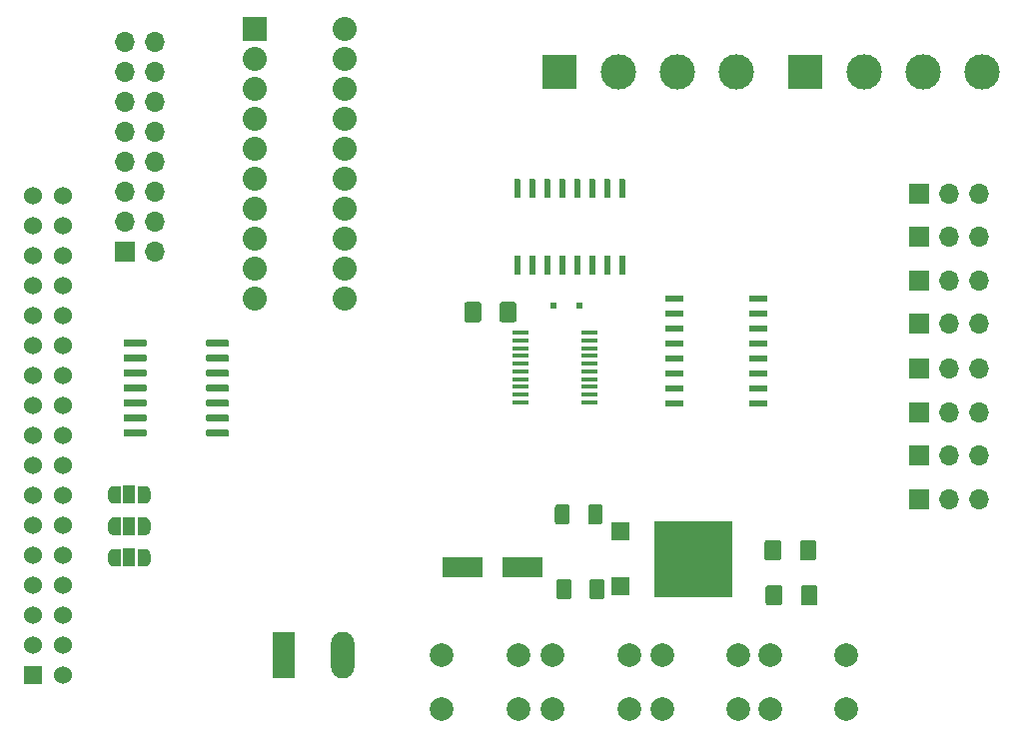
<source format=gbr>
%TF.GenerationSoftware,KiCad,Pcbnew,5.1.5+dfsg1-2build2*%
%TF.CreationDate,2021-08-20T16:46:53+02:00*%
%TF.ProjectId,sboxnet-weichenservo,73626f78-6e65-4742-9d77-65696368656e,rev?*%
%TF.SameCoordinates,Original*%
%TF.FileFunction,Soldermask,Top*%
%TF.FilePolarity,Negative*%
%FSLAX46Y46*%
G04 Gerber Fmt 4.6, Leading zero omitted, Abs format (unit mm)*
G04 Created by KiCad (PCBNEW 5.1.5+dfsg1-2build2) date 2021-08-20 16:46:53*
%MOMM*%
%LPD*%
G04 APERTURE LIST*
%ADD10C,0.100000*%
%ADD11C,2.000000*%
%ADD12C,2.032000*%
%ADD13R,2.032000X2.032000*%
%ADD14O,1.700000X1.700000*%
%ADD15R,1.700000X1.700000*%
%ADD16R,1.450000X0.450000*%
%ADD17R,1.500000X0.600000*%
%ADD18R,0.500000X0.500000*%
%ADD19R,1.600000X1.500000*%
%ADD20R,6.700000X6.500000*%
%ADD21R,1.000000X1.500000*%
%ADD22C,3.000000*%
%ADD23R,3.000000X3.000000*%
%ADD24C,1.524000*%
%ADD25R,1.524000X1.524000*%
%ADD26O,1.980000X3.960000*%
%ADD27R,1.980000X3.960000*%
%ADD28R,3.500000X1.800000*%
G04 APERTURE END LIST*
D10*
G36*
X34723303Y-134409622D02*
G01*
X34737864Y-134411782D01*
X34752143Y-134415359D01*
X34766003Y-134420318D01*
X34779310Y-134426612D01*
X34791936Y-134434180D01*
X34803759Y-134442948D01*
X34814666Y-134452834D01*
X34824552Y-134463741D01*
X34833320Y-134475564D01*
X34840888Y-134488190D01*
X34847182Y-134501497D01*
X34852141Y-134515357D01*
X34855718Y-134529636D01*
X34857878Y-134544197D01*
X34858600Y-134558900D01*
X34858600Y-134858900D01*
X34857878Y-134873603D01*
X34855718Y-134888164D01*
X34852141Y-134902443D01*
X34847182Y-134916303D01*
X34840888Y-134929610D01*
X34833320Y-134942236D01*
X34824552Y-134954059D01*
X34814666Y-134964966D01*
X34803759Y-134974852D01*
X34791936Y-134983620D01*
X34779310Y-134991188D01*
X34766003Y-134997482D01*
X34752143Y-135002441D01*
X34737864Y-135006018D01*
X34723303Y-135008178D01*
X34708600Y-135008900D01*
X33058600Y-135008900D01*
X33043897Y-135008178D01*
X33029336Y-135006018D01*
X33015057Y-135002441D01*
X33001197Y-134997482D01*
X32987890Y-134991188D01*
X32975264Y-134983620D01*
X32963441Y-134974852D01*
X32952534Y-134964966D01*
X32942648Y-134954059D01*
X32933880Y-134942236D01*
X32926312Y-134929610D01*
X32920018Y-134916303D01*
X32915059Y-134902443D01*
X32911482Y-134888164D01*
X32909322Y-134873603D01*
X32908600Y-134858900D01*
X32908600Y-134558900D01*
X32909322Y-134544197D01*
X32911482Y-134529636D01*
X32915059Y-134515357D01*
X32920018Y-134501497D01*
X32926312Y-134488190D01*
X32933880Y-134475564D01*
X32942648Y-134463741D01*
X32952534Y-134452834D01*
X32963441Y-134442948D01*
X32975264Y-134434180D01*
X32987890Y-134426612D01*
X33001197Y-134420318D01*
X33015057Y-134415359D01*
X33029336Y-134411782D01*
X33043897Y-134409622D01*
X33058600Y-134408900D01*
X34708600Y-134408900D01*
X34723303Y-134409622D01*
G37*
G36*
X34723303Y-135679622D02*
G01*
X34737864Y-135681782D01*
X34752143Y-135685359D01*
X34766003Y-135690318D01*
X34779310Y-135696612D01*
X34791936Y-135704180D01*
X34803759Y-135712948D01*
X34814666Y-135722834D01*
X34824552Y-135733741D01*
X34833320Y-135745564D01*
X34840888Y-135758190D01*
X34847182Y-135771497D01*
X34852141Y-135785357D01*
X34855718Y-135799636D01*
X34857878Y-135814197D01*
X34858600Y-135828900D01*
X34858600Y-136128900D01*
X34857878Y-136143603D01*
X34855718Y-136158164D01*
X34852141Y-136172443D01*
X34847182Y-136186303D01*
X34840888Y-136199610D01*
X34833320Y-136212236D01*
X34824552Y-136224059D01*
X34814666Y-136234966D01*
X34803759Y-136244852D01*
X34791936Y-136253620D01*
X34779310Y-136261188D01*
X34766003Y-136267482D01*
X34752143Y-136272441D01*
X34737864Y-136276018D01*
X34723303Y-136278178D01*
X34708600Y-136278900D01*
X33058600Y-136278900D01*
X33043897Y-136278178D01*
X33029336Y-136276018D01*
X33015057Y-136272441D01*
X33001197Y-136267482D01*
X32987890Y-136261188D01*
X32975264Y-136253620D01*
X32963441Y-136244852D01*
X32952534Y-136234966D01*
X32942648Y-136224059D01*
X32933880Y-136212236D01*
X32926312Y-136199610D01*
X32920018Y-136186303D01*
X32915059Y-136172443D01*
X32911482Y-136158164D01*
X32909322Y-136143603D01*
X32908600Y-136128900D01*
X32908600Y-135828900D01*
X32909322Y-135814197D01*
X32911482Y-135799636D01*
X32915059Y-135785357D01*
X32920018Y-135771497D01*
X32926312Y-135758190D01*
X32933880Y-135745564D01*
X32942648Y-135733741D01*
X32952534Y-135722834D01*
X32963441Y-135712948D01*
X32975264Y-135704180D01*
X32987890Y-135696612D01*
X33001197Y-135690318D01*
X33015057Y-135685359D01*
X33029336Y-135681782D01*
X33043897Y-135679622D01*
X33058600Y-135678900D01*
X34708600Y-135678900D01*
X34723303Y-135679622D01*
G37*
G36*
X34723303Y-136949622D02*
G01*
X34737864Y-136951782D01*
X34752143Y-136955359D01*
X34766003Y-136960318D01*
X34779310Y-136966612D01*
X34791936Y-136974180D01*
X34803759Y-136982948D01*
X34814666Y-136992834D01*
X34824552Y-137003741D01*
X34833320Y-137015564D01*
X34840888Y-137028190D01*
X34847182Y-137041497D01*
X34852141Y-137055357D01*
X34855718Y-137069636D01*
X34857878Y-137084197D01*
X34858600Y-137098900D01*
X34858600Y-137398900D01*
X34857878Y-137413603D01*
X34855718Y-137428164D01*
X34852141Y-137442443D01*
X34847182Y-137456303D01*
X34840888Y-137469610D01*
X34833320Y-137482236D01*
X34824552Y-137494059D01*
X34814666Y-137504966D01*
X34803759Y-137514852D01*
X34791936Y-137523620D01*
X34779310Y-137531188D01*
X34766003Y-137537482D01*
X34752143Y-137542441D01*
X34737864Y-137546018D01*
X34723303Y-137548178D01*
X34708600Y-137548900D01*
X33058600Y-137548900D01*
X33043897Y-137548178D01*
X33029336Y-137546018D01*
X33015057Y-137542441D01*
X33001197Y-137537482D01*
X32987890Y-137531188D01*
X32975264Y-137523620D01*
X32963441Y-137514852D01*
X32952534Y-137504966D01*
X32942648Y-137494059D01*
X32933880Y-137482236D01*
X32926312Y-137469610D01*
X32920018Y-137456303D01*
X32915059Y-137442443D01*
X32911482Y-137428164D01*
X32909322Y-137413603D01*
X32908600Y-137398900D01*
X32908600Y-137098900D01*
X32909322Y-137084197D01*
X32911482Y-137069636D01*
X32915059Y-137055357D01*
X32920018Y-137041497D01*
X32926312Y-137028190D01*
X32933880Y-137015564D01*
X32942648Y-137003741D01*
X32952534Y-136992834D01*
X32963441Y-136982948D01*
X32975264Y-136974180D01*
X32987890Y-136966612D01*
X33001197Y-136960318D01*
X33015057Y-136955359D01*
X33029336Y-136951782D01*
X33043897Y-136949622D01*
X33058600Y-136948900D01*
X34708600Y-136948900D01*
X34723303Y-136949622D01*
G37*
G36*
X34723303Y-138219622D02*
G01*
X34737864Y-138221782D01*
X34752143Y-138225359D01*
X34766003Y-138230318D01*
X34779310Y-138236612D01*
X34791936Y-138244180D01*
X34803759Y-138252948D01*
X34814666Y-138262834D01*
X34824552Y-138273741D01*
X34833320Y-138285564D01*
X34840888Y-138298190D01*
X34847182Y-138311497D01*
X34852141Y-138325357D01*
X34855718Y-138339636D01*
X34857878Y-138354197D01*
X34858600Y-138368900D01*
X34858600Y-138668900D01*
X34857878Y-138683603D01*
X34855718Y-138698164D01*
X34852141Y-138712443D01*
X34847182Y-138726303D01*
X34840888Y-138739610D01*
X34833320Y-138752236D01*
X34824552Y-138764059D01*
X34814666Y-138774966D01*
X34803759Y-138784852D01*
X34791936Y-138793620D01*
X34779310Y-138801188D01*
X34766003Y-138807482D01*
X34752143Y-138812441D01*
X34737864Y-138816018D01*
X34723303Y-138818178D01*
X34708600Y-138818900D01*
X33058600Y-138818900D01*
X33043897Y-138818178D01*
X33029336Y-138816018D01*
X33015057Y-138812441D01*
X33001197Y-138807482D01*
X32987890Y-138801188D01*
X32975264Y-138793620D01*
X32963441Y-138784852D01*
X32952534Y-138774966D01*
X32942648Y-138764059D01*
X32933880Y-138752236D01*
X32926312Y-138739610D01*
X32920018Y-138726303D01*
X32915059Y-138712443D01*
X32911482Y-138698164D01*
X32909322Y-138683603D01*
X32908600Y-138668900D01*
X32908600Y-138368900D01*
X32909322Y-138354197D01*
X32911482Y-138339636D01*
X32915059Y-138325357D01*
X32920018Y-138311497D01*
X32926312Y-138298190D01*
X32933880Y-138285564D01*
X32942648Y-138273741D01*
X32952534Y-138262834D01*
X32963441Y-138252948D01*
X32975264Y-138244180D01*
X32987890Y-138236612D01*
X33001197Y-138230318D01*
X33015057Y-138225359D01*
X33029336Y-138221782D01*
X33043897Y-138219622D01*
X33058600Y-138218900D01*
X34708600Y-138218900D01*
X34723303Y-138219622D01*
G37*
G36*
X34723303Y-139489622D02*
G01*
X34737864Y-139491782D01*
X34752143Y-139495359D01*
X34766003Y-139500318D01*
X34779310Y-139506612D01*
X34791936Y-139514180D01*
X34803759Y-139522948D01*
X34814666Y-139532834D01*
X34824552Y-139543741D01*
X34833320Y-139555564D01*
X34840888Y-139568190D01*
X34847182Y-139581497D01*
X34852141Y-139595357D01*
X34855718Y-139609636D01*
X34857878Y-139624197D01*
X34858600Y-139638900D01*
X34858600Y-139938900D01*
X34857878Y-139953603D01*
X34855718Y-139968164D01*
X34852141Y-139982443D01*
X34847182Y-139996303D01*
X34840888Y-140009610D01*
X34833320Y-140022236D01*
X34824552Y-140034059D01*
X34814666Y-140044966D01*
X34803759Y-140054852D01*
X34791936Y-140063620D01*
X34779310Y-140071188D01*
X34766003Y-140077482D01*
X34752143Y-140082441D01*
X34737864Y-140086018D01*
X34723303Y-140088178D01*
X34708600Y-140088900D01*
X33058600Y-140088900D01*
X33043897Y-140088178D01*
X33029336Y-140086018D01*
X33015057Y-140082441D01*
X33001197Y-140077482D01*
X32987890Y-140071188D01*
X32975264Y-140063620D01*
X32963441Y-140054852D01*
X32952534Y-140044966D01*
X32942648Y-140034059D01*
X32933880Y-140022236D01*
X32926312Y-140009610D01*
X32920018Y-139996303D01*
X32915059Y-139982443D01*
X32911482Y-139968164D01*
X32909322Y-139953603D01*
X32908600Y-139938900D01*
X32908600Y-139638900D01*
X32909322Y-139624197D01*
X32911482Y-139609636D01*
X32915059Y-139595357D01*
X32920018Y-139581497D01*
X32926312Y-139568190D01*
X32933880Y-139555564D01*
X32942648Y-139543741D01*
X32952534Y-139532834D01*
X32963441Y-139522948D01*
X32975264Y-139514180D01*
X32987890Y-139506612D01*
X33001197Y-139500318D01*
X33015057Y-139495359D01*
X33029336Y-139491782D01*
X33043897Y-139489622D01*
X33058600Y-139488900D01*
X34708600Y-139488900D01*
X34723303Y-139489622D01*
G37*
G36*
X34723303Y-140759622D02*
G01*
X34737864Y-140761782D01*
X34752143Y-140765359D01*
X34766003Y-140770318D01*
X34779310Y-140776612D01*
X34791936Y-140784180D01*
X34803759Y-140792948D01*
X34814666Y-140802834D01*
X34824552Y-140813741D01*
X34833320Y-140825564D01*
X34840888Y-140838190D01*
X34847182Y-140851497D01*
X34852141Y-140865357D01*
X34855718Y-140879636D01*
X34857878Y-140894197D01*
X34858600Y-140908900D01*
X34858600Y-141208900D01*
X34857878Y-141223603D01*
X34855718Y-141238164D01*
X34852141Y-141252443D01*
X34847182Y-141266303D01*
X34840888Y-141279610D01*
X34833320Y-141292236D01*
X34824552Y-141304059D01*
X34814666Y-141314966D01*
X34803759Y-141324852D01*
X34791936Y-141333620D01*
X34779310Y-141341188D01*
X34766003Y-141347482D01*
X34752143Y-141352441D01*
X34737864Y-141356018D01*
X34723303Y-141358178D01*
X34708600Y-141358900D01*
X33058600Y-141358900D01*
X33043897Y-141358178D01*
X33029336Y-141356018D01*
X33015057Y-141352441D01*
X33001197Y-141347482D01*
X32987890Y-141341188D01*
X32975264Y-141333620D01*
X32963441Y-141324852D01*
X32952534Y-141314966D01*
X32942648Y-141304059D01*
X32933880Y-141292236D01*
X32926312Y-141279610D01*
X32920018Y-141266303D01*
X32915059Y-141252443D01*
X32911482Y-141238164D01*
X32909322Y-141223603D01*
X32908600Y-141208900D01*
X32908600Y-140908900D01*
X32909322Y-140894197D01*
X32911482Y-140879636D01*
X32915059Y-140865357D01*
X32920018Y-140851497D01*
X32926312Y-140838190D01*
X32933880Y-140825564D01*
X32942648Y-140813741D01*
X32952534Y-140802834D01*
X32963441Y-140792948D01*
X32975264Y-140784180D01*
X32987890Y-140776612D01*
X33001197Y-140770318D01*
X33015057Y-140765359D01*
X33029336Y-140761782D01*
X33043897Y-140759622D01*
X33058600Y-140758900D01*
X34708600Y-140758900D01*
X34723303Y-140759622D01*
G37*
G36*
X34723303Y-142029622D02*
G01*
X34737864Y-142031782D01*
X34752143Y-142035359D01*
X34766003Y-142040318D01*
X34779310Y-142046612D01*
X34791936Y-142054180D01*
X34803759Y-142062948D01*
X34814666Y-142072834D01*
X34824552Y-142083741D01*
X34833320Y-142095564D01*
X34840888Y-142108190D01*
X34847182Y-142121497D01*
X34852141Y-142135357D01*
X34855718Y-142149636D01*
X34857878Y-142164197D01*
X34858600Y-142178900D01*
X34858600Y-142478900D01*
X34857878Y-142493603D01*
X34855718Y-142508164D01*
X34852141Y-142522443D01*
X34847182Y-142536303D01*
X34840888Y-142549610D01*
X34833320Y-142562236D01*
X34824552Y-142574059D01*
X34814666Y-142584966D01*
X34803759Y-142594852D01*
X34791936Y-142603620D01*
X34779310Y-142611188D01*
X34766003Y-142617482D01*
X34752143Y-142622441D01*
X34737864Y-142626018D01*
X34723303Y-142628178D01*
X34708600Y-142628900D01*
X33058600Y-142628900D01*
X33043897Y-142628178D01*
X33029336Y-142626018D01*
X33015057Y-142622441D01*
X33001197Y-142617482D01*
X32987890Y-142611188D01*
X32975264Y-142603620D01*
X32963441Y-142594852D01*
X32952534Y-142584966D01*
X32942648Y-142574059D01*
X32933880Y-142562236D01*
X32926312Y-142549610D01*
X32920018Y-142536303D01*
X32915059Y-142522443D01*
X32911482Y-142508164D01*
X32909322Y-142493603D01*
X32908600Y-142478900D01*
X32908600Y-142178900D01*
X32909322Y-142164197D01*
X32911482Y-142149636D01*
X32915059Y-142135357D01*
X32920018Y-142121497D01*
X32926312Y-142108190D01*
X32933880Y-142095564D01*
X32942648Y-142083741D01*
X32952534Y-142072834D01*
X32963441Y-142062948D01*
X32975264Y-142054180D01*
X32987890Y-142046612D01*
X33001197Y-142040318D01*
X33015057Y-142035359D01*
X33029336Y-142031782D01*
X33043897Y-142029622D01*
X33058600Y-142028900D01*
X34708600Y-142028900D01*
X34723303Y-142029622D01*
G37*
G36*
X27738303Y-142029622D02*
G01*
X27752864Y-142031782D01*
X27767143Y-142035359D01*
X27781003Y-142040318D01*
X27794310Y-142046612D01*
X27806936Y-142054180D01*
X27818759Y-142062948D01*
X27829666Y-142072834D01*
X27839552Y-142083741D01*
X27848320Y-142095564D01*
X27855888Y-142108190D01*
X27862182Y-142121497D01*
X27867141Y-142135357D01*
X27870718Y-142149636D01*
X27872878Y-142164197D01*
X27873600Y-142178900D01*
X27873600Y-142478900D01*
X27872878Y-142493603D01*
X27870718Y-142508164D01*
X27867141Y-142522443D01*
X27862182Y-142536303D01*
X27855888Y-142549610D01*
X27848320Y-142562236D01*
X27839552Y-142574059D01*
X27829666Y-142584966D01*
X27818759Y-142594852D01*
X27806936Y-142603620D01*
X27794310Y-142611188D01*
X27781003Y-142617482D01*
X27767143Y-142622441D01*
X27752864Y-142626018D01*
X27738303Y-142628178D01*
X27723600Y-142628900D01*
X26073600Y-142628900D01*
X26058897Y-142628178D01*
X26044336Y-142626018D01*
X26030057Y-142622441D01*
X26016197Y-142617482D01*
X26002890Y-142611188D01*
X25990264Y-142603620D01*
X25978441Y-142594852D01*
X25967534Y-142584966D01*
X25957648Y-142574059D01*
X25948880Y-142562236D01*
X25941312Y-142549610D01*
X25935018Y-142536303D01*
X25930059Y-142522443D01*
X25926482Y-142508164D01*
X25924322Y-142493603D01*
X25923600Y-142478900D01*
X25923600Y-142178900D01*
X25924322Y-142164197D01*
X25926482Y-142149636D01*
X25930059Y-142135357D01*
X25935018Y-142121497D01*
X25941312Y-142108190D01*
X25948880Y-142095564D01*
X25957648Y-142083741D01*
X25967534Y-142072834D01*
X25978441Y-142062948D01*
X25990264Y-142054180D01*
X26002890Y-142046612D01*
X26016197Y-142040318D01*
X26030057Y-142035359D01*
X26044336Y-142031782D01*
X26058897Y-142029622D01*
X26073600Y-142028900D01*
X27723600Y-142028900D01*
X27738303Y-142029622D01*
G37*
G36*
X27738303Y-140759622D02*
G01*
X27752864Y-140761782D01*
X27767143Y-140765359D01*
X27781003Y-140770318D01*
X27794310Y-140776612D01*
X27806936Y-140784180D01*
X27818759Y-140792948D01*
X27829666Y-140802834D01*
X27839552Y-140813741D01*
X27848320Y-140825564D01*
X27855888Y-140838190D01*
X27862182Y-140851497D01*
X27867141Y-140865357D01*
X27870718Y-140879636D01*
X27872878Y-140894197D01*
X27873600Y-140908900D01*
X27873600Y-141208900D01*
X27872878Y-141223603D01*
X27870718Y-141238164D01*
X27867141Y-141252443D01*
X27862182Y-141266303D01*
X27855888Y-141279610D01*
X27848320Y-141292236D01*
X27839552Y-141304059D01*
X27829666Y-141314966D01*
X27818759Y-141324852D01*
X27806936Y-141333620D01*
X27794310Y-141341188D01*
X27781003Y-141347482D01*
X27767143Y-141352441D01*
X27752864Y-141356018D01*
X27738303Y-141358178D01*
X27723600Y-141358900D01*
X26073600Y-141358900D01*
X26058897Y-141358178D01*
X26044336Y-141356018D01*
X26030057Y-141352441D01*
X26016197Y-141347482D01*
X26002890Y-141341188D01*
X25990264Y-141333620D01*
X25978441Y-141324852D01*
X25967534Y-141314966D01*
X25957648Y-141304059D01*
X25948880Y-141292236D01*
X25941312Y-141279610D01*
X25935018Y-141266303D01*
X25930059Y-141252443D01*
X25926482Y-141238164D01*
X25924322Y-141223603D01*
X25923600Y-141208900D01*
X25923600Y-140908900D01*
X25924322Y-140894197D01*
X25926482Y-140879636D01*
X25930059Y-140865357D01*
X25935018Y-140851497D01*
X25941312Y-140838190D01*
X25948880Y-140825564D01*
X25957648Y-140813741D01*
X25967534Y-140802834D01*
X25978441Y-140792948D01*
X25990264Y-140784180D01*
X26002890Y-140776612D01*
X26016197Y-140770318D01*
X26030057Y-140765359D01*
X26044336Y-140761782D01*
X26058897Y-140759622D01*
X26073600Y-140758900D01*
X27723600Y-140758900D01*
X27738303Y-140759622D01*
G37*
G36*
X27738303Y-139489622D02*
G01*
X27752864Y-139491782D01*
X27767143Y-139495359D01*
X27781003Y-139500318D01*
X27794310Y-139506612D01*
X27806936Y-139514180D01*
X27818759Y-139522948D01*
X27829666Y-139532834D01*
X27839552Y-139543741D01*
X27848320Y-139555564D01*
X27855888Y-139568190D01*
X27862182Y-139581497D01*
X27867141Y-139595357D01*
X27870718Y-139609636D01*
X27872878Y-139624197D01*
X27873600Y-139638900D01*
X27873600Y-139938900D01*
X27872878Y-139953603D01*
X27870718Y-139968164D01*
X27867141Y-139982443D01*
X27862182Y-139996303D01*
X27855888Y-140009610D01*
X27848320Y-140022236D01*
X27839552Y-140034059D01*
X27829666Y-140044966D01*
X27818759Y-140054852D01*
X27806936Y-140063620D01*
X27794310Y-140071188D01*
X27781003Y-140077482D01*
X27767143Y-140082441D01*
X27752864Y-140086018D01*
X27738303Y-140088178D01*
X27723600Y-140088900D01*
X26073600Y-140088900D01*
X26058897Y-140088178D01*
X26044336Y-140086018D01*
X26030057Y-140082441D01*
X26016197Y-140077482D01*
X26002890Y-140071188D01*
X25990264Y-140063620D01*
X25978441Y-140054852D01*
X25967534Y-140044966D01*
X25957648Y-140034059D01*
X25948880Y-140022236D01*
X25941312Y-140009610D01*
X25935018Y-139996303D01*
X25930059Y-139982443D01*
X25926482Y-139968164D01*
X25924322Y-139953603D01*
X25923600Y-139938900D01*
X25923600Y-139638900D01*
X25924322Y-139624197D01*
X25926482Y-139609636D01*
X25930059Y-139595357D01*
X25935018Y-139581497D01*
X25941312Y-139568190D01*
X25948880Y-139555564D01*
X25957648Y-139543741D01*
X25967534Y-139532834D01*
X25978441Y-139522948D01*
X25990264Y-139514180D01*
X26002890Y-139506612D01*
X26016197Y-139500318D01*
X26030057Y-139495359D01*
X26044336Y-139491782D01*
X26058897Y-139489622D01*
X26073600Y-139488900D01*
X27723600Y-139488900D01*
X27738303Y-139489622D01*
G37*
G36*
X27738303Y-138219622D02*
G01*
X27752864Y-138221782D01*
X27767143Y-138225359D01*
X27781003Y-138230318D01*
X27794310Y-138236612D01*
X27806936Y-138244180D01*
X27818759Y-138252948D01*
X27829666Y-138262834D01*
X27839552Y-138273741D01*
X27848320Y-138285564D01*
X27855888Y-138298190D01*
X27862182Y-138311497D01*
X27867141Y-138325357D01*
X27870718Y-138339636D01*
X27872878Y-138354197D01*
X27873600Y-138368900D01*
X27873600Y-138668900D01*
X27872878Y-138683603D01*
X27870718Y-138698164D01*
X27867141Y-138712443D01*
X27862182Y-138726303D01*
X27855888Y-138739610D01*
X27848320Y-138752236D01*
X27839552Y-138764059D01*
X27829666Y-138774966D01*
X27818759Y-138784852D01*
X27806936Y-138793620D01*
X27794310Y-138801188D01*
X27781003Y-138807482D01*
X27767143Y-138812441D01*
X27752864Y-138816018D01*
X27738303Y-138818178D01*
X27723600Y-138818900D01*
X26073600Y-138818900D01*
X26058897Y-138818178D01*
X26044336Y-138816018D01*
X26030057Y-138812441D01*
X26016197Y-138807482D01*
X26002890Y-138801188D01*
X25990264Y-138793620D01*
X25978441Y-138784852D01*
X25967534Y-138774966D01*
X25957648Y-138764059D01*
X25948880Y-138752236D01*
X25941312Y-138739610D01*
X25935018Y-138726303D01*
X25930059Y-138712443D01*
X25926482Y-138698164D01*
X25924322Y-138683603D01*
X25923600Y-138668900D01*
X25923600Y-138368900D01*
X25924322Y-138354197D01*
X25926482Y-138339636D01*
X25930059Y-138325357D01*
X25935018Y-138311497D01*
X25941312Y-138298190D01*
X25948880Y-138285564D01*
X25957648Y-138273741D01*
X25967534Y-138262834D01*
X25978441Y-138252948D01*
X25990264Y-138244180D01*
X26002890Y-138236612D01*
X26016197Y-138230318D01*
X26030057Y-138225359D01*
X26044336Y-138221782D01*
X26058897Y-138219622D01*
X26073600Y-138218900D01*
X27723600Y-138218900D01*
X27738303Y-138219622D01*
G37*
G36*
X27738303Y-136949622D02*
G01*
X27752864Y-136951782D01*
X27767143Y-136955359D01*
X27781003Y-136960318D01*
X27794310Y-136966612D01*
X27806936Y-136974180D01*
X27818759Y-136982948D01*
X27829666Y-136992834D01*
X27839552Y-137003741D01*
X27848320Y-137015564D01*
X27855888Y-137028190D01*
X27862182Y-137041497D01*
X27867141Y-137055357D01*
X27870718Y-137069636D01*
X27872878Y-137084197D01*
X27873600Y-137098900D01*
X27873600Y-137398900D01*
X27872878Y-137413603D01*
X27870718Y-137428164D01*
X27867141Y-137442443D01*
X27862182Y-137456303D01*
X27855888Y-137469610D01*
X27848320Y-137482236D01*
X27839552Y-137494059D01*
X27829666Y-137504966D01*
X27818759Y-137514852D01*
X27806936Y-137523620D01*
X27794310Y-137531188D01*
X27781003Y-137537482D01*
X27767143Y-137542441D01*
X27752864Y-137546018D01*
X27738303Y-137548178D01*
X27723600Y-137548900D01*
X26073600Y-137548900D01*
X26058897Y-137548178D01*
X26044336Y-137546018D01*
X26030057Y-137542441D01*
X26016197Y-137537482D01*
X26002890Y-137531188D01*
X25990264Y-137523620D01*
X25978441Y-137514852D01*
X25967534Y-137504966D01*
X25957648Y-137494059D01*
X25948880Y-137482236D01*
X25941312Y-137469610D01*
X25935018Y-137456303D01*
X25930059Y-137442443D01*
X25926482Y-137428164D01*
X25924322Y-137413603D01*
X25923600Y-137398900D01*
X25923600Y-137098900D01*
X25924322Y-137084197D01*
X25926482Y-137069636D01*
X25930059Y-137055357D01*
X25935018Y-137041497D01*
X25941312Y-137028190D01*
X25948880Y-137015564D01*
X25957648Y-137003741D01*
X25967534Y-136992834D01*
X25978441Y-136982948D01*
X25990264Y-136974180D01*
X26002890Y-136966612D01*
X26016197Y-136960318D01*
X26030057Y-136955359D01*
X26044336Y-136951782D01*
X26058897Y-136949622D01*
X26073600Y-136948900D01*
X27723600Y-136948900D01*
X27738303Y-136949622D01*
G37*
G36*
X27738303Y-135679622D02*
G01*
X27752864Y-135681782D01*
X27767143Y-135685359D01*
X27781003Y-135690318D01*
X27794310Y-135696612D01*
X27806936Y-135704180D01*
X27818759Y-135712948D01*
X27829666Y-135722834D01*
X27839552Y-135733741D01*
X27848320Y-135745564D01*
X27855888Y-135758190D01*
X27862182Y-135771497D01*
X27867141Y-135785357D01*
X27870718Y-135799636D01*
X27872878Y-135814197D01*
X27873600Y-135828900D01*
X27873600Y-136128900D01*
X27872878Y-136143603D01*
X27870718Y-136158164D01*
X27867141Y-136172443D01*
X27862182Y-136186303D01*
X27855888Y-136199610D01*
X27848320Y-136212236D01*
X27839552Y-136224059D01*
X27829666Y-136234966D01*
X27818759Y-136244852D01*
X27806936Y-136253620D01*
X27794310Y-136261188D01*
X27781003Y-136267482D01*
X27767143Y-136272441D01*
X27752864Y-136276018D01*
X27738303Y-136278178D01*
X27723600Y-136278900D01*
X26073600Y-136278900D01*
X26058897Y-136278178D01*
X26044336Y-136276018D01*
X26030057Y-136272441D01*
X26016197Y-136267482D01*
X26002890Y-136261188D01*
X25990264Y-136253620D01*
X25978441Y-136244852D01*
X25967534Y-136234966D01*
X25957648Y-136224059D01*
X25948880Y-136212236D01*
X25941312Y-136199610D01*
X25935018Y-136186303D01*
X25930059Y-136172443D01*
X25926482Y-136158164D01*
X25924322Y-136143603D01*
X25923600Y-136128900D01*
X25923600Y-135828900D01*
X25924322Y-135814197D01*
X25926482Y-135799636D01*
X25930059Y-135785357D01*
X25935018Y-135771497D01*
X25941312Y-135758190D01*
X25948880Y-135745564D01*
X25957648Y-135733741D01*
X25967534Y-135722834D01*
X25978441Y-135712948D01*
X25990264Y-135704180D01*
X26002890Y-135696612D01*
X26016197Y-135690318D01*
X26030057Y-135685359D01*
X26044336Y-135681782D01*
X26058897Y-135679622D01*
X26073600Y-135678900D01*
X27723600Y-135678900D01*
X27738303Y-135679622D01*
G37*
G36*
X27738303Y-134409622D02*
G01*
X27752864Y-134411782D01*
X27767143Y-134415359D01*
X27781003Y-134420318D01*
X27794310Y-134426612D01*
X27806936Y-134434180D01*
X27818759Y-134442948D01*
X27829666Y-134452834D01*
X27839552Y-134463741D01*
X27848320Y-134475564D01*
X27855888Y-134488190D01*
X27862182Y-134501497D01*
X27867141Y-134515357D01*
X27870718Y-134529636D01*
X27872878Y-134544197D01*
X27873600Y-134558900D01*
X27873600Y-134858900D01*
X27872878Y-134873603D01*
X27870718Y-134888164D01*
X27867141Y-134902443D01*
X27862182Y-134916303D01*
X27855888Y-134929610D01*
X27848320Y-134942236D01*
X27839552Y-134954059D01*
X27829666Y-134964966D01*
X27818759Y-134974852D01*
X27806936Y-134983620D01*
X27794310Y-134991188D01*
X27781003Y-134997482D01*
X27767143Y-135002441D01*
X27752864Y-135006018D01*
X27738303Y-135008178D01*
X27723600Y-135008900D01*
X26073600Y-135008900D01*
X26058897Y-135008178D01*
X26044336Y-135006018D01*
X26030057Y-135002441D01*
X26016197Y-134997482D01*
X26002890Y-134991188D01*
X25990264Y-134983620D01*
X25978441Y-134974852D01*
X25967534Y-134964966D01*
X25957648Y-134954059D01*
X25948880Y-134942236D01*
X25941312Y-134929610D01*
X25935018Y-134916303D01*
X25930059Y-134902443D01*
X25926482Y-134888164D01*
X25924322Y-134873603D01*
X25923600Y-134858900D01*
X25923600Y-134558900D01*
X25924322Y-134544197D01*
X25926482Y-134529636D01*
X25930059Y-134515357D01*
X25935018Y-134501497D01*
X25941312Y-134488190D01*
X25948880Y-134475564D01*
X25957648Y-134463741D01*
X25967534Y-134452834D01*
X25978441Y-134442948D01*
X25990264Y-134434180D01*
X26002890Y-134426612D01*
X26016197Y-134420318D01*
X26030057Y-134415359D01*
X26044336Y-134411782D01*
X26058897Y-134409622D01*
X26073600Y-134408900D01*
X27723600Y-134408900D01*
X27738303Y-134409622D01*
G37*
D11*
X59384000Y-165699000D03*
X52884000Y-165699000D03*
X59384000Y-161199000D03*
X52884000Y-161199000D03*
X87197000Y-165699000D03*
X80697000Y-165699000D03*
X87197000Y-161199000D03*
X80697000Y-161199000D03*
D12*
X44704000Y-108077000D03*
X44704000Y-110617000D03*
X44704000Y-113157000D03*
X44704000Y-115697000D03*
X37084000Y-128397000D03*
X37084000Y-130937000D03*
X44704000Y-130937000D03*
X44704000Y-128397000D03*
X37084000Y-125857000D03*
X37084000Y-123317000D03*
X37084000Y-120777000D03*
X37084000Y-118237000D03*
X44704000Y-118237000D03*
X44704000Y-120777000D03*
X44704000Y-123317000D03*
X44704000Y-125857000D03*
X37084000Y-115697000D03*
X37084000Y-113157000D03*
X37084000Y-110617000D03*
D13*
X37084000Y-108077000D03*
D14*
X28575000Y-109220000D03*
X26035000Y-109220000D03*
X28575000Y-111760000D03*
X26035000Y-111760000D03*
X28575000Y-114300000D03*
X26035000Y-114300000D03*
X28575000Y-116840000D03*
X26035000Y-116840000D03*
X28575000Y-119380000D03*
X26035000Y-119380000D03*
X28575000Y-121920000D03*
X26035000Y-121920000D03*
X28575000Y-124460000D03*
X26035000Y-124460000D03*
X28575000Y-127000000D03*
D15*
X26035000Y-127000000D03*
D16*
X65434000Y-133854000D03*
X65434000Y-134504000D03*
X65434000Y-135154000D03*
X65434000Y-135804000D03*
X65434000Y-136454000D03*
X65434000Y-137104000D03*
X65434000Y-137754000D03*
X65434000Y-138404000D03*
X65434000Y-139054000D03*
X65434000Y-139704000D03*
X59534000Y-139704000D03*
X59534000Y-139054000D03*
X59534000Y-138404000D03*
X59534000Y-137754000D03*
X59534000Y-137104000D03*
X59534000Y-136454000D03*
X59534000Y-135804000D03*
X59534000Y-135154000D03*
X59534000Y-134504000D03*
X59534000Y-133854000D03*
D17*
X79750000Y-130937000D03*
X79750000Y-132207000D03*
X79750000Y-133477000D03*
X79750000Y-134747000D03*
X79750000Y-136017000D03*
X79750000Y-137287000D03*
X79750000Y-138557000D03*
X79750000Y-139827000D03*
X72650000Y-139827000D03*
X72650000Y-138557000D03*
X72650000Y-137287000D03*
X72650000Y-136017000D03*
X72650000Y-134747000D03*
X72650000Y-133477000D03*
X72650000Y-132207000D03*
X72650000Y-130937000D03*
D10*
G36*
X56022504Y-131206204D02*
G01*
X56046773Y-131209804D01*
X56070571Y-131215765D01*
X56093671Y-131224030D01*
X56115849Y-131234520D01*
X56136893Y-131247133D01*
X56156598Y-131261747D01*
X56174777Y-131278223D01*
X56191253Y-131296402D01*
X56205867Y-131316107D01*
X56218480Y-131337151D01*
X56228970Y-131359329D01*
X56237235Y-131382429D01*
X56243196Y-131406227D01*
X56246796Y-131430496D01*
X56248000Y-131455000D01*
X56248000Y-132705000D01*
X56246796Y-132729504D01*
X56243196Y-132753773D01*
X56237235Y-132777571D01*
X56228970Y-132800671D01*
X56218480Y-132822849D01*
X56205867Y-132843893D01*
X56191253Y-132863598D01*
X56174777Y-132881777D01*
X56156598Y-132898253D01*
X56136893Y-132912867D01*
X56115849Y-132925480D01*
X56093671Y-132935970D01*
X56070571Y-132944235D01*
X56046773Y-132950196D01*
X56022504Y-132953796D01*
X55998000Y-132955000D01*
X55073000Y-132955000D01*
X55048496Y-132953796D01*
X55024227Y-132950196D01*
X55000429Y-132944235D01*
X54977329Y-132935970D01*
X54955151Y-132925480D01*
X54934107Y-132912867D01*
X54914402Y-132898253D01*
X54896223Y-132881777D01*
X54879747Y-132863598D01*
X54865133Y-132843893D01*
X54852520Y-132822849D01*
X54842030Y-132800671D01*
X54833765Y-132777571D01*
X54827804Y-132753773D01*
X54824204Y-132729504D01*
X54823000Y-132705000D01*
X54823000Y-131455000D01*
X54824204Y-131430496D01*
X54827804Y-131406227D01*
X54833765Y-131382429D01*
X54842030Y-131359329D01*
X54852520Y-131337151D01*
X54865133Y-131316107D01*
X54879747Y-131296402D01*
X54896223Y-131278223D01*
X54914402Y-131261747D01*
X54934107Y-131247133D01*
X54955151Y-131234520D01*
X54977329Y-131224030D01*
X55000429Y-131215765D01*
X55024227Y-131209804D01*
X55048496Y-131206204D01*
X55073000Y-131205000D01*
X55998000Y-131205000D01*
X56022504Y-131206204D01*
G37*
G36*
X58997504Y-131206204D02*
G01*
X59021773Y-131209804D01*
X59045571Y-131215765D01*
X59068671Y-131224030D01*
X59090849Y-131234520D01*
X59111893Y-131247133D01*
X59131598Y-131261747D01*
X59149777Y-131278223D01*
X59166253Y-131296402D01*
X59180867Y-131316107D01*
X59193480Y-131337151D01*
X59203970Y-131359329D01*
X59212235Y-131382429D01*
X59218196Y-131406227D01*
X59221796Y-131430496D01*
X59223000Y-131455000D01*
X59223000Y-132705000D01*
X59221796Y-132729504D01*
X59218196Y-132753773D01*
X59212235Y-132777571D01*
X59203970Y-132800671D01*
X59193480Y-132822849D01*
X59180867Y-132843893D01*
X59166253Y-132863598D01*
X59149777Y-132881777D01*
X59131598Y-132898253D01*
X59111893Y-132912867D01*
X59090849Y-132925480D01*
X59068671Y-132935970D01*
X59045571Y-132944235D01*
X59021773Y-132950196D01*
X58997504Y-132953796D01*
X58973000Y-132955000D01*
X58048000Y-132955000D01*
X58023496Y-132953796D01*
X57999227Y-132950196D01*
X57975429Y-132944235D01*
X57952329Y-132935970D01*
X57930151Y-132925480D01*
X57909107Y-132912867D01*
X57889402Y-132898253D01*
X57871223Y-132881777D01*
X57854747Y-132863598D01*
X57840133Y-132843893D01*
X57827520Y-132822849D01*
X57817030Y-132800671D01*
X57808765Y-132777571D01*
X57802804Y-132753773D01*
X57799204Y-132729504D01*
X57798000Y-132705000D01*
X57798000Y-131455000D01*
X57799204Y-131430496D01*
X57802804Y-131406227D01*
X57808765Y-131382429D01*
X57817030Y-131359329D01*
X57827520Y-131337151D01*
X57840133Y-131316107D01*
X57854747Y-131296402D01*
X57871223Y-131278223D01*
X57889402Y-131261747D01*
X57909107Y-131247133D01*
X57930151Y-131234520D01*
X57952329Y-131224030D01*
X57975429Y-131215765D01*
X57999227Y-131209804D01*
X58023496Y-131206204D01*
X58048000Y-131205000D01*
X58973000Y-131205000D01*
X58997504Y-131206204D01*
G37*
G36*
X84434004Y-151399204D02*
G01*
X84458273Y-151402804D01*
X84482071Y-151408765D01*
X84505171Y-151417030D01*
X84527349Y-151427520D01*
X84548393Y-151440133D01*
X84568098Y-151454747D01*
X84586277Y-151471223D01*
X84602753Y-151489402D01*
X84617367Y-151509107D01*
X84629980Y-151530151D01*
X84640470Y-151552329D01*
X84648735Y-151575429D01*
X84654696Y-151599227D01*
X84658296Y-151623496D01*
X84659500Y-151648000D01*
X84659500Y-152898000D01*
X84658296Y-152922504D01*
X84654696Y-152946773D01*
X84648735Y-152970571D01*
X84640470Y-152993671D01*
X84629980Y-153015849D01*
X84617367Y-153036893D01*
X84602753Y-153056598D01*
X84586277Y-153074777D01*
X84568098Y-153091253D01*
X84548393Y-153105867D01*
X84527349Y-153118480D01*
X84505171Y-153128970D01*
X84482071Y-153137235D01*
X84458273Y-153143196D01*
X84434004Y-153146796D01*
X84409500Y-153148000D01*
X83484500Y-153148000D01*
X83459996Y-153146796D01*
X83435727Y-153143196D01*
X83411929Y-153137235D01*
X83388829Y-153128970D01*
X83366651Y-153118480D01*
X83345607Y-153105867D01*
X83325902Y-153091253D01*
X83307723Y-153074777D01*
X83291247Y-153056598D01*
X83276633Y-153036893D01*
X83264020Y-153015849D01*
X83253530Y-152993671D01*
X83245265Y-152970571D01*
X83239304Y-152946773D01*
X83235704Y-152922504D01*
X83234500Y-152898000D01*
X83234500Y-151648000D01*
X83235704Y-151623496D01*
X83239304Y-151599227D01*
X83245265Y-151575429D01*
X83253530Y-151552329D01*
X83264020Y-151530151D01*
X83276633Y-151509107D01*
X83291247Y-151489402D01*
X83307723Y-151471223D01*
X83325902Y-151454747D01*
X83345607Y-151440133D01*
X83366651Y-151427520D01*
X83388829Y-151417030D01*
X83411929Y-151408765D01*
X83435727Y-151402804D01*
X83459996Y-151399204D01*
X83484500Y-151398000D01*
X84409500Y-151398000D01*
X84434004Y-151399204D01*
G37*
G36*
X81459004Y-151399204D02*
G01*
X81483273Y-151402804D01*
X81507071Y-151408765D01*
X81530171Y-151417030D01*
X81552349Y-151427520D01*
X81573393Y-151440133D01*
X81593098Y-151454747D01*
X81611277Y-151471223D01*
X81627753Y-151489402D01*
X81642367Y-151509107D01*
X81654980Y-151530151D01*
X81665470Y-151552329D01*
X81673735Y-151575429D01*
X81679696Y-151599227D01*
X81683296Y-151623496D01*
X81684500Y-151648000D01*
X81684500Y-152898000D01*
X81683296Y-152922504D01*
X81679696Y-152946773D01*
X81673735Y-152970571D01*
X81665470Y-152993671D01*
X81654980Y-153015849D01*
X81642367Y-153036893D01*
X81627753Y-153056598D01*
X81611277Y-153074777D01*
X81593098Y-153091253D01*
X81573393Y-153105867D01*
X81552349Y-153118480D01*
X81530171Y-153128970D01*
X81507071Y-153137235D01*
X81483273Y-153143196D01*
X81459004Y-153146796D01*
X81434500Y-153148000D01*
X80509500Y-153148000D01*
X80484996Y-153146796D01*
X80460727Y-153143196D01*
X80436929Y-153137235D01*
X80413829Y-153128970D01*
X80391651Y-153118480D01*
X80370607Y-153105867D01*
X80350902Y-153091253D01*
X80332723Y-153074777D01*
X80316247Y-153056598D01*
X80301633Y-153036893D01*
X80289020Y-153015849D01*
X80278530Y-152993671D01*
X80270265Y-152970571D01*
X80264304Y-152946773D01*
X80260704Y-152922504D01*
X80259500Y-152898000D01*
X80259500Y-151648000D01*
X80260704Y-151623496D01*
X80264304Y-151599227D01*
X80270265Y-151575429D01*
X80278530Y-151552329D01*
X80289020Y-151530151D01*
X80301633Y-151509107D01*
X80316247Y-151489402D01*
X80332723Y-151471223D01*
X80350902Y-151454747D01*
X80370607Y-151440133D01*
X80391651Y-151427520D01*
X80413829Y-151417030D01*
X80436929Y-151408765D01*
X80460727Y-151402804D01*
X80484996Y-151399204D01*
X80509500Y-151398000D01*
X81434500Y-151398000D01*
X81459004Y-151399204D01*
G37*
D18*
X62400000Y-131572000D03*
X64600000Y-131572000D03*
D10*
G36*
X84524504Y-155209204D02*
G01*
X84548773Y-155212804D01*
X84572571Y-155218765D01*
X84595671Y-155227030D01*
X84617849Y-155237520D01*
X84638893Y-155250133D01*
X84658598Y-155264747D01*
X84676777Y-155281223D01*
X84693253Y-155299402D01*
X84707867Y-155319107D01*
X84720480Y-155340151D01*
X84730970Y-155362329D01*
X84739235Y-155385429D01*
X84745196Y-155409227D01*
X84748796Y-155433496D01*
X84750000Y-155458000D01*
X84750000Y-156708000D01*
X84748796Y-156732504D01*
X84745196Y-156756773D01*
X84739235Y-156780571D01*
X84730970Y-156803671D01*
X84720480Y-156825849D01*
X84707867Y-156846893D01*
X84693253Y-156866598D01*
X84676777Y-156884777D01*
X84658598Y-156901253D01*
X84638893Y-156915867D01*
X84617849Y-156928480D01*
X84595671Y-156938970D01*
X84572571Y-156947235D01*
X84548773Y-156953196D01*
X84524504Y-156956796D01*
X84500000Y-156958000D01*
X83575000Y-156958000D01*
X83550496Y-156956796D01*
X83526227Y-156953196D01*
X83502429Y-156947235D01*
X83479329Y-156938970D01*
X83457151Y-156928480D01*
X83436107Y-156915867D01*
X83416402Y-156901253D01*
X83398223Y-156884777D01*
X83381747Y-156866598D01*
X83367133Y-156846893D01*
X83354520Y-156825849D01*
X83344030Y-156803671D01*
X83335765Y-156780571D01*
X83329804Y-156756773D01*
X83326204Y-156732504D01*
X83325000Y-156708000D01*
X83325000Y-155458000D01*
X83326204Y-155433496D01*
X83329804Y-155409227D01*
X83335765Y-155385429D01*
X83344030Y-155362329D01*
X83354520Y-155340151D01*
X83367133Y-155319107D01*
X83381747Y-155299402D01*
X83398223Y-155281223D01*
X83416402Y-155264747D01*
X83436107Y-155250133D01*
X83457151Y-155237520D01*
X83479329Y-155227030D01*
X83502429Y-155218765D01*
X83526227Y-155212804D01*
X83550496Y-155209204D01*
X83575000Y-155208000D01*
X84500000Y-155208000D01*
X84524504Y-155209204D01*
G37*
G36*
X81549504Y-155209204D02*
G01*
X81573773Y-155212804D01*
X81597571Y-155218765D01*
X81620671Y-155227030D01*
X81642849Y-155237520D01*
X81663893Y-155250133D01*
X81683598Y-155264747D01*
X81701777Y-155281223D01*
X81718253Y-155299402D01*
X81732867Y-155319107D01*
X81745480Y-155340151D01*
X81755970Y-155362329D01*
X81764235Y-155385429D01*
X81770196Y-155409227D01*
X81773796Y-155433496D01*
X81775000Y-155458000D01*
X81775000Y-156708000D01*
X81773796Y-156732504D01*
X81770196Y-156756773D01*
X81764235Y-156780571D01*
X81755970Y-156803671D01*
X81745480Y-156825849D01*
X81732867Y-156846893D01*
X81718253Y-156866598D01*
X81701777Y-156884777D01*
X81683598Y-156901253D01*
X81663893Y-156915867D01*
X81642849Y-156928480D01*
X81620671Y-156938970D01*
X81597571Y-156947235D01*
X81573773Y-156953196D01*
X81549504Y-156956796D01*
X81525000Y-156958000D01*
X80600000Y-156958000D01*
X80575496Y-156956796D01*
X80551227Y-156953196D01*
X80527429Y-156947235D01*
X80504329Y-156938970D01*
X80482151Y-156928480D01*
X80461107Y-156915867D01*
X80441402Y-156901253D01*
X80423223Y-156884777D01*
X80406747Y-156866598D01*
X80392133Y-156846893D01*
X80379520Y-156825849D01*
X80369030Y-156803671D01*
X80360765Y-156780571D01*
X80354804Y-156756773D01*
X80351204Y-156732504D01*
X80350000Y-156708000D01*
X80350000Y-155458000D01*
X80351204Y-155433496D01*
X80354804Y-155409227D01*
X80360765Y-155385429D01*
X80369030Y-155362329D01*
X80379520Y-155340151D01*
X80392133Y-155319107D01*
X80406747Y-155299402D01*
X80423223Y-155281223D01*
X80441402Y-155264747D01*
X80461107Y-155250133D01*
X80482151Y-155237520D01*
X80504329Y-155227030D01*
X80527429Y-155218765D01*
X80551227Y-155212804D01*
X80575496Y-155209204D01*
X80600000Y-155208000D01*
X81525000Y-155208000D01*
X81549504Y-155209204D01*
G37*
G36*
X63642504Y-154701204D02*
G01*
X63666773Y-154704804D01*
X63690571Y-154710765D01*
X63713671Y-154719030D01*
X63735849Y-154729520D01*
X63756893Y-154742133D01*
X63776598Y-154756747D01*
X63794777Y-154773223D01*
X63811253Y-154791402D01*
X63825867Y-154811107D01*
X63838480Y-154832151D01*
X63848970Y-154854329D01*
X63857235Y-154877429D01*
X63863196Y-154901227D01*
X63866796Y-154925496D01*
X63868000Y-154950000D01*
X63868000Y-156200000D01*
X63866796Y-156224504D01*
X63863196Y-156248773D01*
X63857235Y-156272571D01*
X63848970Y-156295671D01*
X63838480Y-156317849D01*
X63825867Y-156338893D01*
X63811253Y-156358598D01*
X63794777Y-156376777D01*
X63776598Y-156393253D01*
X63756893Y-156407867D01*
X63735849Y-156420480D01*
X63713671Y-156430970D01*
X63690571Y-156439235D01*
X63666773Y-156445196D01*
X63642504Y-156448796D01*
X63618000Y-156450000D01*
X62868000Y-156450000D01*
X62843496Y-156448796D01*
X62819227Y-156445196D01*
X62795429Y-156439235D01*
X62772329Y-156430970D01*
X62750151Y-156420480D01*
X62729107Y-156407867D01*
X62709402Y-156393253D01*
X62691223Y-156376777D01*
X62674747Y-156358598D01*
X62660133Y-156338893D01*
X62647520Y-156317849D01*
X62637030Y-156295671D01*
X62628765Y-156272571D01*
X62622804Y-156248773D01*
X62619204Y-156224504D01*
X62618000Y-156200000D01*
X62618000Y-154950000D01*
X62619204Y-154925496D01*
X62622804Y-154901227D01*
X62628765Y-154877429D01*
X62637030Y-154854329D01*
X62647520Y-154832151D01*
X62660133Y-154811107D01*
X62674747Y-154791402D01*
X62691223Y-154773223D01*
X62709402Y-154756747D01*
X62729107Y-154742133D01*
X62750151Y-154729520D01*
X62772329Y-154719030D01*
X62795429Y-154710765D01*
X62819227Y-154704804D01*
X62843496Y-154701204D01*
X62868000Y-154700000D01*
X63618000Y-154700000D01*
X63642504Y-154701204D01*
G37*
G36*
X66442504Y-154701204D02*
G01*
X66466773Y-154704804D01*
X66490571Y-154710765D01*
X66513671Y-154719030D01*
X66535849Y-154729520D01*
X66556893Y-154742133D01*
X66576598Y-154756747D01*
X66594777Y-154773223D01*
X66611253Y-154791402D01*
X66625867Y-154811107D01*
X66638480Y-154832151D01*
X66648970Y-154854329D01*
X66657235Y-154877429D01*
X66663196Y-154901227D01*
X66666796Y-154925496D01*
X66668000Y-154950000D01*
X66668000Y-156200000D01*
X66666796Y-156224504D01*
X66663196Y-156248773D01*
X66657235Y-156272571D01*
X66648970Y-156295671D01*
X66638480Y-156317849D01*
X66625867Y-156338893D01*
X66611253Y-156358598D01*
X66594777Y-156376777D01*
X66576598Y-156393253D01*
X66556893Y-156407867D01*
X66535849Y-156420480D01*
X66513671Y-156430970D01*
X66490571Y-156439235D01*
X66466773Y-156445196D01*
X66442504Y-156448796D01*
X66418000Y-156450000D01*
X65668000Y-156450000D01*
X65643496Y-156448796D01*
X65619227Y-156445196D01*
X65595429Y-156439235D01*
X65572329Y-156430970D01*
X65550151Y-156420480D01*
X65529107Y-156407867D01*
X65509402Y-156393253D01*
X65491223Y-156376777D01*
X65474747Y-156358598D01*
X65460133Y-156338893D01*
X65447520Y-156317849D01*
X65437030Y-156295671D01*
X65428765Y-156272571D01*
X65422804Y-156248773D01*
X65419204Y-156224504D01*
X65418000Y-156200000D01*
X65418000Y-154950000D01*
X65419204Y-154925496D01*
X65422804Y-154901227D01*
X65428765Y-154877429D01*
X65437030Y-154854329D01*
X65447520Y-154832151D01*
X65460133Y-154811107D01*
X65474747Y-154791402D01*
X65491223Y-154773223D01*
X65509402Y-154756747D01*
X65529107Y-154742133D01*
X65550151Y-154729520D01*
X65572329Y-154719030D01*
X65595429Y-154710765D01*
X65619227Y-154704804D01*
X65643496Y-154701204D01*
X65668000Y-154700000D01*
X66418000Y-154700000D01*
X66442504Y-154701204D01*
G37*
G36*
X63515504Y-148351204D02*
G01*
X63539773Y-148354804D01*
X63563571Y-148360765D01*
X63586671Y-148369030D01*
X63608849Y-148379520D01*
X63629893Y-148392133D01*
X63649598Y-148406747D01*
X63667777Y-148423223D01*
X63684253Y-148441402D01*
X63698867Y-148461107D01*
X63711480Y-148482151D01*
X63721970Y-148504329D01*
X63730235Y-148527429D01*
X63736196Y-148551227D01*
X63739796Y-148575496D01*
X63741000Y-148600000D01*
X63741000Y-149850000D01*
X63739796Y-149874504D01*
X63736196Y-149898773D01*
X63730235Y-149922571D01*
X63721970Y-149945671D01*
X63711480Y-149967849D01*
X63698867Y-149988893D01*
X63684253Y-150008598D01*
X63667777Y-150026777D01*
X63649598Y-150043253D01*
X63629893Y-150057867D01*
X63608849Y-150070480D01*
X63586671Y-150080970D01*
X63563571Y-150089235D01*
X63539773Y-150095196D01*
X63515504Y-150098796D01*
X63491000Y-150100000D01*
X62741000Y-150100000D01*
X62716496Y-150098796D01*
X62692227Y-150095196D01*
X62668429Y-150089235D01*
X62645329Y-150080970D01*
X62623151Y-150070480D01*
X62602107Y-150057867D01*
X62582402Y-150043253D01*
X62564223Y-150026777D01*
X62547747Y-150008598D01*
X62533133Y-149988893D01*
X62520520Y-149967849D01*
X62510030Y-149945671D01*
X62501765Y-149922571D01*
X62495804Y-149898773D01*
X62492204Y-149874504D01*
X62491000Y-149850000D01*
X62491000Y-148600000D01*
X62492204Y-148575496D01*
X62495804Y-148551227D01*
X62501765Y-148527429D01*
X62510030Y-148504329D01*
X62520520Y-148482151D01*
X62533133Y-148461107D01*
X62547747Y-148441402D01*
X62564223Y-148423223D01*
X62582402Y-148406747D01*
X62602107Y-148392133D01*
X62623151Y-148379520D01*
X62645329Y-148369030D01*
X62668429Y-148360765D01*
X62692227Y-148354804D01*
X62716496Y-148351204D01*
X62741000Y-148350000D01*
X63491000Y-148350000D01*
X63515504Y-148351204D01*
G37*
G36*
X66315504Y-148351204D02*
G01*
X66339773Y-148354804D01*
X66363571Y-148360765D01*
X66386671Y-148369030D01*
X66408849Y-148379520D01*
X66429893Y-148392133D01*
X66449598Y-148406747D01*
X66467777Y-148423223D01*
X66484253Y-148441402D01*
X66498867Y-148461107D01*
X66511480Y-148482151D01*
X66521970Y-148504329D01*
X66530235Y-148527429D01*
X66536196Y-148551227D01*
X66539796Y-148575496D01*
X66541000Y-148600000D01*
X66541000Y-149850000D01*
X66539796Y-149874504D01*
X66536196Y-149898773D01*
X66530235Y-149922571D01*
X66521970Y-149945671D01*
X66511480Y-149967849D01*
X66498867Y-149988893D01*
X66484253Y-150008598D01*
X66467777Y-150026777D01*
X66449598Y-150043253D01*
X66429893Y-150057867D01*
X66408849Y-150070480D01*
X66386671Y-150080970D01*
X66363571Y-150089235D01*
X66339773Y-150095196D01*
X66315504Y-150098796D01*
X66291000Y-150100000D01*
X65541000Y-150100000D01*
X65516496Y-150098796D01*
X65492227Y-150095196D01*
X65468429Y-150089235D01*
X65445329Y-150080970D01*
X65423151Y-150070480D01*
X65402107Y-150057867D01*
X65382402Y-150043253D01*
X65364223Y-150026777D01*
X65347747Y-150008598D01*
X65333133Y-149988893D01*
X65320520Y-149967849D01*
X65310030Y-149945671D01*
X65301765Y-149922571D01*
X65295804Y-149898773D01*
X65292204Y-149874504D01*
X65291000Y-149850000D01*
X65291000Y-148600000D01*
X65292204Y-148575496D01*
X65295804Y-148551227D01*
X65301765Y-148527429D01*
X65310030Y-148504329D01*
X65320520Y-148482151D01*
X65333133Y-148461107D01*
X65347747Y-148441402D01*
X65364223Y-148423223D01*
X65382402Y-148406747D01*
X65402107Y-148392133D01*
X65423151Y-148379520D01*
X65445329Y-148369030D01*
X65468429Y-148360765D01*
X65492227Y-148354804D01*
X65516496Y-148351204D01*
X65541000Y-148350000D01*
X66291000Y-148350000D01*
X66315504Y-148351204D01*
G37*
D19*
X68040800Y-150698700D03*
X68040800Y-155298700D03*
D20*
X74190800Y-152998700D03*
D10*
G36*
X59459977Y-120791662D02*
G01*
X59473325Y-120793642D01*
X59486414Y-120796921D01*
X59499119Y-120801467D01*
X59511317Y-120807236D01*
X59522891Y-120814173D01*
X59533729Y-120822211D01*
X59543727Y-120831273D01*
X59552789Y-120841271D01*
X59560827Y-120852109D01*
X59567764Y-120863683D01*
X59573533Y-120875881D01*
X59578079Y-120888586D01*
X59581358Y-120901675D01*
X59583338Y-120915023D01*
X59584000Y-120928500D01*
X59584000Y-122253500D01*
X59583338Y-122266977D01*
X59581358Y-122280325D01*
X59578079Y-122293414D01*
X59573533Y-122306119D01*
X59567764Y-122318317D01*
X59560827Y-122329891D01*
X59552789Y-122340729D01*
X59543727Y-122350727D01*
X59533729Y-122359789D01*
X59522891Y-122367827D01*
X59511317Y-122374764D01*
X59499119Y-122380533D01*
X59486414Y-122385079D01*
X59473325Y-122388358D01*
X59459977Y-122390338D01*
X59446500Y-122391000D01*
X59171500Y-122391000D01*
X59158023Y-122390338D01*
X59144675Y-122388358D01*
X59131586Y-122385079D01*
X59118881Y-122380533D01*
X59106683Y-122374764D01*
X59095109Y-122367827D01*
X59084271Y-122359789D01*
X59074273Y-122350727D01*
X59065211Y-122340729D01*
X59057173Y-122329891D01*
X59050236Y-122318317D01*
X59044467Y-122306119D01*
X59039921Y-122293414D01*
X59036642Y-122280325D01*
X59034662Y-122266977D01*
X59034000Y-122253500D01*
X59034000Y-120928500D01*
X59034662Y-120915023D01*
X59036642Y-120901675D01*
X59039921Y-120888586D01*
X59044467Y-120875881D01*
X59050236Y-120863683D01*
X59057173Y-120852109D01*
X59065211Y-120841271D01*
X59074273Y-120831273D01*
X59084271Y-120822211D01*
X59095109Y-120814173D01*
X59106683Y-120807236D01*
X59118881Y-120801467D01*
X59131586Y-120796921D01*
X59144675Y-120793642D01*
X59158023Y-120791662D01*
X59171500Y-120791000D01*
X59446500Y-120791000D01*
X59459977Y-120791662D01*
G37*
G36*
X60729977Y-120791662D02*
G01*
X60743325Y-120793642D01*
X60756414Y-120796921D01*
X60769119Y-120801467D01*
X60781317Y-120807236D01*
X60792891Y-120814173D01*
X60803729Y-120822211D01*
X60813727Y-120831273D01*
X60822789Y-120841271D01*
X60830827Y-120852109D01*
X60837764Y-120863683D01*
X60843533Y-120875881D01*
X60848079Y-120888586D01*
X60851358Y-120901675D01*
X60853338Y-120915023D01*
X60854000Y-120928500D01*
X60854000Y-122253500D01*
X60853338Y-122266977D01*
X60851358Y-122280325D01*
X60848079Y-122293414D01*
X60843533Y-122306119D01*
X60837764Y-122318317D01*
X60830827Y-122329891D01*
X60822789Y-122340729D01*
X60813727Y-122350727D01*
X60803729Y-122359789D01*
X60792891Y-122367827D01*
X60781317Y-122374764D01*
X60769119Y-122380533D01*
X60756414Y-122385079D01*
X60743325Y-122388358D01*
X60729977Y-122390338D01*
X60716500Y-122391000D01*
X60441500Y-122391000D01*
X60428023Y-122390338D01*
X60414675Y-122388358D01*
X60401586Y-122385079D01*
X60388881Y-122380533D01*
X60376683Y-122374764D01*
X60365109Y-122367827D01*
X60354271Y-122359789D01*
X60344273Y-122350727D01*
X60335211Y-122340729D01*
X60327173Y-122329891D01*
X60320236Y-122318317D01*
X60314467Y-122306119D01*
X60309921Y-122293414D01*
X60306642Y-122280325D01*
X60304662Y-122266977D01*
X60304000Y-122253500D01*
X60304000Y-120928500D01*
X60304662Y-120915023D01*
X60306642Y-120901675D01*
X60309921Y-120888586D01*
X60314467Y-120875881D01*
X60320236Y-120863683D01*
X60327173Y-120852109D01*
X60335211Y-120841271D01*
X60344273Y-120831273D01*
X60354271Y-120822211D01*
X60365109Y-120814173D01*
X60376683Y-120807236D01*
X60388881Y-120801467D01*
X60401586Y-120796921D01*
X60414675Y-120793642D01*
X60428023Y-120791662D01*
X60441500Y-120791000D01*
X60716500Y-120791000D01*
X60729977Y-120791662D01*
G37*
G36*
X61999977Y-120791662D02*
G01*
X62013325Y-120793642D01*
X62026414Y-120796921D01*
X62039119Y-120801467D01*
X62051317Y-120807236D01*
X62062891Y-120814173D01*
X62073729Y-120822211D01*
X62083727Y-120831273D01*
X62092789Y-120841271D01*
X62100827Y-120852109D01*
X62107764Y-120863683D01*
X62113533Y-120875881D01*
X62118079Y-120888586D01*
X62121358Y-120901675D01*
X62123338Y-120915023D01*
X62124000Y-120928500D01*
X62124000Y-122253500D01*
X62123338Y-122266977D01*
X62121358Y-122280325D01*
X62118079Y-122293414D01*
X62113533Y-122306119D01*
X62107764Y-122318317D01*
X62100827Y-122329891D01*
X62092789Y-122340729D01*
X62083727Y-122350727D01*
X62073729Y-122359789D01*
X62062891Y-122367827D01*
X62051317Y-122374764D01*
X62039119Y-122380533D01*
X62026414Y-122385079D01*
X62013325Y-122388358D01*
X61999977Y-122390338D01*
X61986500Y-122391000D01*
X61711500Y-122391000D01*
X61698023Y-122390338D01*
X61684675Y-122388358D01*
X61671586Y-122385079D01*
X61658881Y-122380533D01*
X61646683Y-122374764D01*
X61635109Y-122367827D01*
X61624271Y-122359789D01*
X61614273Y-122350727D01*
X61605211Y-122340729D01*
X61597173Y-122329891D01*
X61590236Y-122318317D01*
X61584467Y-122306119D01*
X61579921Y-122293414D01*
X61576642Y-122280325D01*
X61574662Y-122266977D01*
X61574000Y-122253500D01*
X61574000Y-120928500D01*
X61574662Y-120915023D01*
X61576642Y-120901675D01*
X61579921Y-120888586D01*
X61584467Y-120875881D01*
X61590236Y-120863683D01*
X61597173Y-120852109D01*
X61605211Y-120841271D01*
X61614273Y-120831273D01*
X61624271Y-120822211D01*
X61635109Y-120814173D01*
X61646683Y-120807236D01*
X61658881Y-120801467D01*
X61671586Y-120796921D01*
X61684675Y-120793642D01*
X61698023Y-120791662D01*
X61711500Y-120791000D01*
X61986500Y-120791000D01*
X61999977Y-120791662D01*
G37*
G36*
X63269977Y-120791662D02*
G01*
X63283325Y-120793642D01*
X63296414Y-120796921D01*
X63309119Y-120801467D01*
X63321317Y-120807236D01*
X63332891Y-120814173D01*
X63343729Y-120822211D01*
X63353727Y-120831273D01*
X63362789Y-120841271D01*
X63370827Y-120852109D01*
X63377764Y-120863683D01*
X63383533Y-120875881D01*
X63388079Y-120888586D01*
X63391358Y-120901675D01*
X63393338Y-120915023D01*
X63394000Y-120928500D01*
X63394000Y-122253500D01*
X63393338Y-122266977D01*
X63391358Y-122280325D01*
X63388079Y-122293414D01*
X63383533Y-122306119D01*
X63377764Y-122318317D01*
X63370827Y-122329891D01*
X63362789Y-122340729D01*
X63353727Y-122350727D01*
X63343729Y-122359789D01*
X63332891Y-122367827D01*
X63321317Y-122374764D01*
X63309119Y-122380533D01*
X63296414Y-122385079D01*
X63283325Y-122388358D01*
X63269977Y-122390338D01*
X63256500Y-122391000D01*
X62981500Y-122391000D01*
X62968023Y-122390338D01*
X62954675Y-122388358D01*
X62941586Y-122385079D01*
X62928881Y-122380533D01*
X62916683Y-122374764D01*
X62905109Y-122367827D01*
X62894271Y-122359789D01*
X62884273Y-122350727D01*
X62875211Y-122340729D01*
X62867173Y-122329891D01*
X62860236Y-122318317D01*
X62854467Y-122306119D01*
X62849921Y-122293414D01*
X62846642Y-122280325D01*
X62844662Y-122266977D01*
X62844000Y-122253500D01*
X62844000Y-120928500D01*
X62844662Y-120915023D01*
X62846642Y-120901675D01*
X62849921Y-120888586D01*
X62854467Y-120875881D01*
X62860236Y-120863683D01*
X62867173Y-120852109D01*
X62875211Y-120841271D01*
X62884273Y-120831273D01*
X62894271Y-120822211D01*
X62905109Y-120814173D01*
X62916683Y-120807236D01*
X62928881Y-120801467D01*
X62941586Y-120796921D01*
X62954675Y-120793642D01*
X62968023Y-120791662D01*
X62981500Y-120791000D01*
X63256500Y-120791000D01*
X63269977Y-120791662D01*
G37*
G36*
X64539977Y-120791662D02*
G01*
X64553325Y-120793642D01*
X64566414Y-120796921D01*
X64579119Y-120801467D01*
X64591317Y-120807236D01*
X64602891Y-120814173D01*
X64613729Y-120822211D01*
X64623727Y-120831273D01*
X64632789Y-120841271D01*
X64640827Y-120852109D01*
X64647764Y-120863683D01*
X64653533Y-120875881D01*
X64658079Y-120888586D01*
X64661358Y-120901675D01*
X64663338Y-120915023D01*
X64664000Y-120928500D01*
X64664000Y-122253500D01*
X64663338Y-122266977D01*
X64661358Y-122280325D01*
X64658079Y-122293414D01*
X64653533Y-122306119D01*
X64647764Y-122318317D01*
X64640827Y-122329891D01*
X64632789Y-122340729D01*
X64623727Y-122350727D01*
X64613729Y-122359789D01*
X64602891Y-122367827D01*
X64591317Y-122374764D01*
X64579119Y-122380533D01*
X64566414Y-122385079D01*
X64553325Y-122388358D01*
X64539977Y-122390338D01*
X64526500Y-122391000D01*
X64251500Y-122391000D01*
X64238023Y-122390338D01*
X64224675Y-122388358D01*
X64211586Y-122385079D01*
X64198881Y-122380533D01*
X64186683Y-122374764D01*
X64175109Y-122367827D01*
X64164271Y-122359789D01*
X64154273Y-122350727D01*
X64145211Y-122340729D01*
X64137173Y-122329891D01*
X64130236Y-122318317D01*
X64124467Y-122306119D01*
X64119921Y-122293414D01*
X64116642Y-122280325D01*
X64114662Y-122266977D01*
X64114000Y-122253500D01*
X64114000Y-120928500D01*
X64114662Y-120915023D01*
X64116642Y-120901675D01*
X64119921Y-120888586D01*
X64124467Y-120875881D01*
X64130236Y-120863683D01*
X64137173Y-120852109D01*
X64145211Y-120841271D01*
X64154273Y-120831273D01*
X64164271Y-120822211D01*
X64175109Y-120814173D01*
X64186683Y-120807236D01*
X64198881Y-120801467D01*
X64211586Y-120796921D01*
X64224675Y-120793642D01*
X64238023Y-120791662D01*
X64251500Y-120791000D01*
X64526500Y-120791000D01*
X64539977Y-120791662D01*
G37*
G36*
X65809977Y-120791662D02*
G01*
X65823325Y-120793642D01*
X65836414Y-120796921D01*
X65849119Y-120801467D01*
X65861317Y-120807236D01*
X65872891Y-120814173D01*
X65883729Y-120822211D01*
X65893727Y-120831273D01*
X65902789Y-120841271D01*
X65910827Y-120852109D01*
X65917764Y-120863683D01*
X65923533Y-120875881D01*
X65928079Y-120888586D01*
X65931358Y-120901675D01*
X65933338Y-120915023D01*
X65934000Y-120928500D01*
X65934000Y-122253500D01*
X65933338Y-122266977D01*
X65931358Y-122280325D01*
X65928079Y-122293414D01*
X65923533Y-122306119D01*
X65917764Y-122318317D01*
X65910827Y-122329891D01*
X65902789Y-122340729D01*
X65893727Y-122350727D01*
X65883729Y-122359789D01*
X65872891Y-122367827D01*
X65861317Y-122374764D01*
X65849119Y-122380533D01*
X65836414Y-122385079D01*
X65823325Y-122388358D01*
X65809977Y-122390338D01*
X65796500Y-122391000D01*
X65521500Y-122391000D01*
X65508023Y-122390338D01*
X65494675Y-122388358D01*
X65481586Y-122385079D01*
X65468881Y-122380533D01*
X65456683Y-122374764D01*
X65445109Y-122367827D01*
X65434271Y-122359789D01*
X65424273Y-122350727D01*
X65415211Y-122340729D01*
X65407173Y-122329891D01*
X65400236Y-122318317D01*
X65394467Y-122306119D01*
X65389921Y-122293414D01*
X65386642Y-122280325D01*
X65384662Y-122266977D01*
X65384000Y-122253500D01*
X65384000Y-120928500D01*
X65384662Y-120915023D01*
X65386642Y-120901675D01*
X65389921Y-120888586D01*
X65394467Y-120875881D01*
X65400236Y-120863683D01*
X65407173Y-120852109D01*
X65415211Y-120841271D01*
X65424273Y-120831273D01*
X65434271Y-120822211D01*
X65445109Y-120814173D01*
X65456683Y-120807236D01*
X65468881Y-120801467D01*
X65481586Y-120796921D01*
X65494675Y-120793642D01*
X65508023Y-120791662D01*
X65521500Y-120791000D01*
X65796500Y-120791000D01*
X65809977Y-120791662D01*
G37*
G36*
X67079977Y-120791662D02*
G01*
X67093325Y-120793642D01*
X67106414Y-120796921D01*
X67119119Y-120801467D01*
X67131317Y-120807236D01*
X67142891Y-120814173D01*
X67153729Y-120822211D01*
X67163727Y-120831273D01*
X67172789Y-120841271D01*
X67180827Y-120852109D01*
X67187764Y-120863683D01*
X67193533Y-120875881D01*
X67198079Y-120888586D01*
X67201358Y-120901675D01*
X67203338Y-120915023D01*
X67204000Y-120928500D01*
X67204000Y-122253500D01*
X67203338Y-122266977D01*
X67201358Y-122280325D01*
X67198079Y-122293414D01*
X67193533Y-122306119D01*
X67187764Y-122318317D01*
X67180827Y-122329891D01*
X67172789Y-122340729D01*
X67163727Y-122350727D01*
X67153729Y-122359789D01*
X67142891Y-122367827D01*
X67131317Y-122374764D01*
X67119119Y-122380533D01*
X67106414Y-122385079D01*
X67093325Y-122388358D01*
X67079977Y-122390338D01*
X67066500Y-122391000D01*
X66791500Y-122391000D01*
X66778023Y-122390338D01*
X66764675Y-122388358D01*
X66751586Y-122385079D01*
X66738881Y-122380533D01*
X66726683Y-122374764D01*
X66715109Y-122367827D01*
X66704271Y-122359789D01*
X66694273Y-122350727D01*
X66685211Y-122340729D01*
X66677173Y-122329891D01*
X66670236Y-122318317D01*
X66664467Y-122306119D01*
X66659921Y-122293414D01*
X66656642Y-122280325D01*
X66654662Y-122266977D01*
X66654000Y-122253500D01*
X66654000Y-120928500D01*
X66654662Y-120915023D01*
X66656642Y-120901675D01*
X66659921Y-120888586D01*
X66664467Y-120875881D01*
X66670236Y-120863683D01*
X66677173Y-120852109D01*
X66685211Y-120841271D01*
X66694273Y-120831273D01*
X66704271Y-120822211D01*
X66715109Y-120814173D01*
X66726683Y-120807236D01*
X66738881Y-120801467D01*
X66751586Y-120796921D01*
X66764675Y-120793642D01*
X66778023Y-120791662D01*
X66791500Y-120791000D01*
X67066500Y-120791000D01*
X67079977Y-120791662D01*
G37*
G36*
X68349977Y-120791662D02*
G01*
X68363325Y-120793642D01*
X68376414Y-120796921D01*
X68389119Y-120801467D01*
X68401317Y-120807236D01*
X68412891Y-120814173D01*
X68423729Y-120822211D01*
X68433727Y-120831273D01*
X68442789Y-120841271D01*
X68450827Y-120852109D01*
X68457764Y-120863683D01*
X68463533Y-120875881D01*
X68468079Y-120888586D01*
X68471358Y-120901675D01*
X68473338Y-120915023D01*
X68474000Y-120928500D01*
X68474000Y-122253500D01*
X68473338Y-122266977D01*
X68471358Y-122280325D01*
X68468079Y-122293414D01*
X68463533Y-122306119D01*
X68457764Y-122318317D01*
X68450827Y-122329891D01*
X68442789Y-122340729D01*
X68433727Y-122350727D01*
X68423729Y-122359789D01*
X68412891Y-122367827D01*
X68401317Y-122374764D01*
X68389119Y-122380533D01*
X68376414Y-122385079D01*
X68363325Y-122388358D01*
X68349977Y-122390338D01*
X68336500Y-122391000D01*
X68061500Y-122391000D01*
X68048023Y-122390338D01*
X68034675Y-122388358D01*
X68021586Y-122385079D01*
X68008881Y-122380533D01*
X67996683Y-122374764D01*
X67985109Y-122367827D01*
X67974271Y-122359789D01*
X67964273Y-122350727D01*
X67955211Y-122340729D01*
X67947173Y-122329891D01*
X67940236Y-122318317D01*
X67934467Y-122306119D01*
X67929921Y-122293414D01*
X67926642Y-122280325D01*
X67924662Y-122266977D01*
X67924000Y-122253500D01*
X67924000Y-120928500D01*
X67924662Y-120915023D01*
X67926642Y-120901675D01*
X67929921Y-120888586D01*
X67934467Y-120875881D01*
X67940236Y-120863683D01*
X67947173Y-120852109D01*
X67955211Y-120841271D01*
X67964273Y-120831273D01*
X67974271Y-120822211D01*
X67985109Y-120814173D01*
X67996683Y-120807236D01*
X68008881Y-120801467D01*
X68021586Y-120796921D01*
X68034675Y-120793642D01*
X68048023Y-120791662D01*
X68061500Y-120791000D01*
X68336500Y-120791000D01*
X68349977Y-120791662D01*
G37*
G36*
X68349977Y-127291662D02*
G01*
X68363325Y-127293642D01*
X68376414Y-127296921D01*
X68389119Y-127301467D01*
X68401317Y-127307236D01*
X68412891Y-127314173D01*
X68423729Y-127322211D01*
X68433727Y-127331273D01*
X68442789Y-127341271D01*
X68450827Y-127352109D01*
X68457764Y-127363683D01*
X68463533Y-127375881D01*
X68468079Y-127388586D01*
X68471358Y-127401675D01*
X68473338Y-127415023D01*
X68474000Y-127428500D01*
X68474000Y-128753500D01*
X68473338Y-128766977D01*
X68471358Y-128780325D01*
X68468079Y-128793414D01*
X68463533Y-128806119D01*
X68457764Y-128818317D01*
X68450827Y-128829891D01*
X68442789Y-128840729D01*
X68433727Y-128850727D01*
X68423729Y-128859789D01*
X68412891Y-128867827D01*
X68401317Y-128874764D01*
X68389119Y-128880533D01*
X68376414Y-128885079D01*
X68363325Y-128888358D01*
X68349977Y-128890338D01*
X68336500Y-128891000D01*
X68061500Y-128891000D01*
X68048023Y-128890338D01*
X68034675Y-128888358D01*
X68021586Y-128885079D01*
X68008881Y-128880533D01*
X67996683Y-128874764D01*
X67985109Y-128867827D01*
X67974271Y-128859789D01*
X67964273Y-128850727D01*
X67955211Y-128840729D01*
X67947173Y-128829891D01*
X67940236Y-128818317D01*
X67934467Y-128806119D01*
X67929921Y-128793414D01*
X67926642Y-128780325D01*
X67924662Y-128766977D01*
X67924000Y-128753500D01*
X67924000Y-127428500D01*
X67924662Y-127415023D01*
X67926642Y-127401675D01*
X67929921Y-127388586D01*
X67934467Y-127375881D01*
X67940236Y-127363683D01*
X67947173Y-127352109D01*
X67955211Y-127341271D01*
X67964273Y-127331273D01*
X67974271Y-127322211D01*
X67985109Y-127314173D01*
X67996683Y-127307236D01*
X68008881Y-127301467D01*
X68021586Y-127296921D01*
X68034675Y-127293642D01*
X68048023Y-127291662D01*
X68061500Y-127291000D01*
X68336500Y-127291000D01*
X68349977Y-127291662D01*
G37*
G36*
X67079977Y-127291662D02*
G01*
X67093325Y-127293642D01*
X67106414Y-127296921D01*
X67119119Y-127301467D01*
X67131317Y-127307236D01*
X67142891Y-127314173D01*
X67153729Y-127322211D01*
X67163727Y-127331273D01*
X67172789Y-127341271D01*
X67180827Y-127352109D01*
X67187764Y-127363683D01*
X67193533Y-127375881D01*
X67198079Y-127388586D01*
X67201358Y-127401675D01*
X67203338Y-127415023D01*
X67204000Y-127428500D01*
X67204000Y-128753500D01*
X67203338Y-128766977D01*
X67201358Y-128780325D01*
X67198079Y-128793414D01*
X67193533Y-128806119D01*
X67187764Y-128818317D01*
X67180827Y-128829891D01*
X67172789Y-128840729D01*
X67163727Y-128850727D01*
X67153729Y-128859789D01*
X67142891Y-128867827D01*
X67131317Y-128874764D01*
X67119119Y-128880533D01*
X67106414Y-128885079D01*
X67093325Y-128888358D01*
X67079977Y-128890338D01*
X67066500Y-128891000D01*
X66791500Y-128891000D01*
X66778023Y-128890338D01*
X66764675Y-128888358D01*
X66751586Y-128885079D01*
X66738881Y-128880533D01*
X66726683Y-128874764D01*
X66715109Y-128867827D01*
X66704271Y-128859789D01*
X66694273Y-128850727D01*
X66685211Y-128840729D01*
X66677173Y-128829891D01*
X66670236Y-128818317D01*
X66664467Y-128806119D01*
X66659921Y-128793414D01*
X66656642Y-128780325D01*
X66654662Y-128766977D01*
X66654000Y-128753500D01*
X66654000Y-127428500D01*
X66654662Y-127415023D01*
X66656642Y-127401675D01*
X66659921Y-127388586D01*
X66664467Y-127375881D01*
X66670236Y-127363683D01*
X66677173Y-127352109D01*
X66685211Y-127341271D01*
X66694273Y-127331273D01*
X66704271Y-127322211D01*
X66715109Y-127314173D01*
X66726683Y-127307236D01*
X66738881Y-127301467D01*
X66751586Y-127296921D01*
X66764675Y-127293642D01*
X66778023Y-127291662D01*
X66791500Y-127291000D01*
X67066500Y-127291000D01*
X67079977Y-127291662D01*
G37*
G36*
X65809977Y-127291662D02*
G01*
X65823325Y-127293642D01*
X65836414Y-127296921D01*
X65849119Y-127301467D01*
X65861317Y-127307236D01*
X65872891Y-127314173D01*
X65883729Y-127322211D01*
X65893727Y-127331273D01*
X65902789Y-127341271D01*
X65910827Y-127352109D01*
X65917764Y-127363683D01*
X65923533Y-127375881D01*
X65928079Y-127388586D01*
X65931358Y-127401675D01*
X65933338Y-127415023D01*
X65934000Y-127428500D01*
X65934000Y-128753500D01*
X65933338Y-128766977D01*
X65931358Y-128780325D01*
X65928079Y-128793414D01*
X65923533Y-128806119D01*
X65917764Y-128818317D01*
X65910827Y-128829891D01*
X65902789Y-128840729D01*
X65893727Y-128850727D01*
X65883729Y-128859789D01*
X65872891Y-128867827D01*
X65861317Y-128874764D01*
X65849119Y-128880533D01*
X65836414Y-128885079D01*
X65823325Y-128888358D01*
X65809977Y-128890338D01*
X65796500Y-128891000D01*
X65521500Y-128891000D01*
X65508023Y-128890338D01*
X65494675Y-128888358D01*
X65481586Y-128885079D01*
X65468881Y-128880533D01*
X65456683Y-128874764D01*
X65445109Y-128867827D01*
X65434271Y-128859789D01*
X65424273Y-128850727D01*
X65415211Y-128840729D01*
X65407173Y-128829891D01*
X65400236Y-128818317D01*
X65394467Y-128806119D01*
X65389921Y-128793414D01*
X65386642Y-128780325D01*
X65384662Y-128766977D01*
X65384000Y-128753500D01*
X65384000Y-127428500D01*
X65384662Y-127415023D01*
X65386642Y-127401675D01*
X65389921Y-127388586D01*
X65394467Y-127375881D01*
X65400236Y-127363683D01*
X65407173Y-127352109D01*
X65415211Y-127341271D01*
X65424273Y-127331273D01*
X65434271Y-127322211D01*
X65445109Y-127314173D01*
X65456683Y-127307236D01*
X65468881Y-127301467D01*
X65481586Y-127296921D01*
X65494675Y-127293642D01*
X65508023Y-127291662D01*
X65521500Y-127291000D01*
X65796500Y-127291000D01*
X65809977Y-127291662D01*
G37*
G36*
X64539977Y-127291662D02*
G01*
X64553325Y-127293642D01*
X64566414Y-127296921D01*
X64579119Y-127301467D01*
X64591317Y-127307236D01*
X64602891Y-127314173D01*
X64613729Y-127322211D01*
X64623727Y-127331273D01*
X64632789Y-127341271D01*
X64640827Y-127352109D01*
X64647764Y-127363683D01*
X64653533Y-127375881D01*
X64658079Y-127388586D01*
X64661358Y-127401675D01*
X64663338Y-127415023D01*
X64664000Y-127428500D01*
X64664000Y-128753500D01*
X64663338Y-128766977D01*
X64661358Y-128780325D01*
X64658079Y-128793414D01*
X64653533Y-128806119D01*
X64647764Y-128818317D01*
X64640827Y-128829891D01*
X64632789Y-128840729D01*
X64623727Y-128850727D01*
X64613729Y-128859789D01*
X64602891Y-128867827D01*
X64591317Y-128874764D01*
X64579119Y-128880533D01*
X64566414Y-128885079D01*
X64553325Y-128888358D01*
X64539977Y-128890338D01*
X64526500Y-128891000D01*
X64251500Y-128891000D01*
X64238023Y-128890338D01*
X64224675Y-128888358D01*
X64211586Y-128885079D01*
X64198881Y-128880533D01*
X64186683Y-128874764D01*
X64175109Y-128867827D01*
X64164271Y-128859789D01*
X64154273Y-128850727D01*
X64145211Y-128840729D01*
X64137173Y-128829891D01*
X64130236Y-128818317D01*
X64124467Y-128806119D01*
X64119921Y-128793414D01*
X64116642Y-128780325D01*
X64114662Y-128766977D01*
X64114000Y-128753500D01*
X64114000Y-127428500D01*
X64114662Y-127415023D01*
X64116642Y-127401675D01*
X64119921Y-127388586D01*
X64124467Y-127375881D01*
X64130236Y-127363683D01*
X64137173Y-127352109D01*
X64145211Y-127341271D01*
X64154273Y-127331273D01*
X64164271Y-127322211D01*
X64175109Y-127314173D01*
X64186683Y-127307236D01*
X64198881Y-127301467D01*
X64211586Y-127296921D01*
X64224675Y-127293642D01*
X64238023Y-127291662D01*
X64251500Y-127291000D01*
X64526500Y-127291000D01*
X64539977Y-127291662D01*
G37*
G36*
X63269977Y-127291662D02*
G01*
X63283325Y-127293642D01*
X63296414Y-127296921D01*
X63309119Y-127301467D01*
X63321317Y-127307236D01*
X63332891Y-127314173D01*
X63343729Y-127322211D01*
X63353727Y-127331273D01*
X63362789Y-127341271D01*
X63370827Y-127352109D01*
X63377764Y-127363683D01*
X63383533Y-127375881D01*
X63388079Y-127388586D01*
X63391358Y-127401675D01*
X63393338Y-127415023D01*
X63394000Y-127428500D01*
X63394000Y-128753500D01*
X63393338Y-128766977D01*
X63391358Y-128780325D01*
X63388079Y-128793414D01*
X63383533Y-128806119D01*
X63377764Y-128818317D01*
X63370827Y-128829891D01*
X63362789Y-128840729D01*
X63353727Y-128850727D01*
X63343729Y-128859789D01*
X63332891Y-128867827D01*
X63321317Y-128874764D01*
X63309119Y-128880533D01*
X63296414Y-128885079D01*
X63283325Y-128888358D01*
X63269977Y-128890338D01*
X63256500Y-128891000D01*
X62981500Y-128891000D01*
X62968023Y-128890338D01*
X62954675Y-128888358D01*
X62941586Y-128885079D01*
X62928881Y-128880533D01*
X62916683Y-128874764D01*
X62905109Y-128867827D01*
X62894271Y-128859789D01*
X62884273Y-128850727D01*
X62875211Y-128840729D01*
X62867173Y-128829891D01*
X62860236Y-128818317D01*
X62854467Y-128806119D01*
X62849921Y-128793414D01*
X62846642Y-128780325D01*
X62844662Y-128766977D01*
X62844000Y-128753500D01*
X62844000Y-127428500D01*
X62844662Y-127415023D01*
X62846642Y-127401675D01*
X62849921Y-127388586D01*
X62854467Y-127375881D01*
X62860236Y-127363683D01*
X62867173Y-127352109D01*
X62875211Y-127341271D01*
X62884273Y-127331273D01*
X62894271Y-127322211D01*
X62905109Y-127314173D01*
X62916683Y-127307236D01*
X62928881Y-127301467D01*
X62941586Y-127296921D01*
X62954675Y-127293642D01*
X62968023Y-127291662D01*
X62981500Y-127291000D01*
X63256500Y-127291000D01*
X63269977Y-127291662D01*
G37*
G36*
X61999977Y-127291662D02*
G01*
X62013325Y-127293642D01*
X62026414Y-127296921D01*
X62039119Y-127301467D01*
X62051317Y-127307236D01*
X62062891Y-127314173D01*
X62073729Y-127322211D01*
X62083727Y-127331273D01*
X62092789Y-127341271D01*
X62100827Y-127352109D01*
X62107764Y-127363683D01*
X62113533Y-127375881D01*
X62118079Y-127388586D01*
X62121358Y-127401675D01*
X62123338Y-127415023D01*
X62124000Y-127428500D01*
X62124000Y-128753500D01*
X62123338Y-128766977D01*
X62121358Y-128780325D01*
X62118079Y-128793414D01*
X62113533Y-128806119D01*
X62107764Y-128818317D01*
X62100827Y-128829891D01*
X62092789Y-128840729D01*
X62083727Y-128850727D01*
X62073729Y-128859789D01*
X62062891Y-128867827D01*
X62051317Y-128874764D01*
X62039119Y-128880533D01*
X62026414Y-128885079D01*
X62013325Y-128888358D01*
X61999977Y-128890338D01*
X61986500Y-128891000D01*
X61711500Y-128891000D01*
X61698023Y-128890338D01*
X61684675Y-128888358D01*
X61671586Y-128885079D01*
X61658881Y-128880533D01*
X61646683Y-128874764D01*
X61635109Y-128867827D01*
X61624271Y-128859789D01*
X61614273Y-128850727D01*
X61605211Y-128840729D01*
X61597173Y-128829891D01*
X61590236Y-128818317D01*
X61584467Y-128806119D01*
X61579921Y-128793414D01*
X61576642Y-128780325D01*
X61574662Y-128766977D01*
X61574000Y-128753500D01*
X61574000Y-127428500D01*
X61574662Y-127415023D01*
X61576642Y-127401675D01*
X61579921Y-127388586D01*
X61584467Y-127375881D01*
X61590236Y-127363683D01*
X61597173Y-127352109D01*
X61605211Y-127341271D01*
X61614273Y-127331273D01*
X61624271Y-127322211D01*
X61635109Y-127314173D01*
X61646683Y-127307236D01*
X61658881Y-127301467D01*
X61671586Y-127296921D01*
X61684675Y-127293642D01*
X61698023Y-127291662D01*
X61711500Y-127291000D01*
X61986500Y-127291000D01*
X61999977Y-127291662D01*
G37*
G36*
X60729977Y-127291662D02*
G01*
X60743325Y-127293642D01*
X60756414Y-127296921D01*
X60769119Y-127301467D01*
X60781317Y-127307236D01*
X60792891Y-127314173D01*
X60803729Y-127322211D01*
X60813727Y-127331273D01*
X60822789Y-127341271D01*
X60830827Y-127352109D01*
X60837764Y-127363683D01*
X60843533Y-127375881D01*
X60848079Y-127388586D01*
X60851358Y-127401675D01*
X60853338Y-127415023D01*
X60854000Y-127428500D01*
X60854000Y-128753500D01*
X60853338Y-128766977D01*
X60851358Y-128780325D01*
X60848079Y-128793414D01*
X60843533Y-128806119D01*
X60837764Y-128818317D01*
X60830827Y-128829891D01*
X60822789Y-128840729D01*
X60813727Y-128850727D01*
X60803729Y-128859789D01*
X60792891Y-128867827D01*
X60781317Y-128874764D01*
X60769119Y-128880533D01*
X60756414Y-128885079D01*
X60743325Y-128888358D01*
X60729977Y-128890338D01*
X60716500Y-128891000D01*
X60441500Y-128891000D01*
X60428023Y-128890338D01*
X60414675Y-128888358D01*
X60401586Y-128885079D01*
X60388881Y-128880533D01*
X60376683Y-128874764D01*
X60365109Y-128867827D01*
X60354271Y-128859789D01*
X60344273Y-128850727D01*
X60335211Y-128840729D01*
X60327173Y-128829891D01*
X60320236Y-128818317D01*
X60314467Y-128806119D01*
X60309921Y-128793414D01*
X60306642Y-128780325D01*
X60304662Y-128766977D01*
X60304000Y-128753500D01*
X60304000Y-127428500D01*
X60304662Y-127415023D01*
X60306642Y-127401675D01*
X60309921Y-127388586D01*
X60314467Y-127375881D01*
X60320236Y-127363683D01*
X60327173Y-127352109D01*
X60335211Y-127341271D01*
X60344273Y-127331273D01*
X60354271Y-127322211D01*
X60365109Y-127314173D01*
X60376683Y-127307236D01*
X60388881Y-127301467D01*
X60401586Y-127296921D01*
X60414675Y-127293642D01*
X60428023Y-127291662D01*
X60441500Y-127291000D01*
X60716500Y-127291000D01*
X60729977Y-127291662D01*
G37*
G36*
X59459977Y-127291662D02*
G01*
X59473325Y-127293642D01*
X59486414Y-127296921D01*
X59499119Y-127301467D01*
X59511317Y-127307236D01*
X59522891Y-127314173D01*
X59533729Y-127322211D01*
X59543727Y-127331273D01*
X59552789Y-127341271D01*
X59560827Y-127352109D01*
X59567764Y-127363683D01*
X59573533Y-127375881D01*
X59578079Y-127388586D01*
X59581358Y-127401675D01*
X59583338Y-127415023D01*
X59584000Y-127428500D01*
X59584000Y-128753500D01*
X59583338Y-128766977D01*
X59581358Y-128780325D01*
X59578079Y-128793414D01*
X59573533Y-128806119D01*
X59567764Y-128818317D01*
X59560827Y-128829891D01*
X59552789Y-128840729D01*
X59543727Y-128850727D01*
X59533729Y-128859789D01*
X59522891Y-128867827D01*
X59511317Y-128874764D01*
X59499119Y-128880533D01*
X59486414Y-128885079D01*
X59473325Y-128888358D01*
X59459977Y-128890338D01*
X59446500Y-128891000D01*
X59171500Y-128891000D01*
X59158023Y-128890338D01*
X59144675Y-128888358D01*
X59131586Y-128885079D01*
X59118881Y-128880533D01*
X59106683Y-128874764D01*
X59095109Y-128867827D01*
X59084271Y-128859789D01*
X59074273Y-128850727D01*
X59065211Y-128840729D01*
X59057173Y-128829891D01*
X59050236Y-128818317D01*
X59044467Y-128806119D01*
X59039921Y-128793414D01*
X59036642Y-128780325D01*
X59034662Y-128766977D01*
X59034000Y-128753500D01*
X59034000Y-127428500D01*
X59034662Y-127415023D01*
X59036642Y-127401675D01*
X59039921Y-127388586D01*
X59044467Y-127375881D01*
X59050236Y-127363683D01*
X59057173Y-127352109D01*
X59065211Y-127341271D01*
X59074273Y-127331273D01*
X59084271Y-127322211D01*
X59095109Y-127314173D01*
X59106683Y-127307236D01*
X59118881Y-127301467D01*
X59131586Y-127296921D01*
X59144675Y-127293642D01*
X59158023Y-127291662D01*
X59171500Y-127291000D01*
X59446500Y-127291000D01*
X59459977Y-127291662D01*
G37*
D11*
X68782000Y-165699000D03*
X62282000Y-165699000D03*
X68782000Y-161199000D03*
X62282000Y-161199000D03*
X78053000Y-165699000D03*
X71553000Y-165699000D03*
X78053000Y-161199000D03*
X71553000Y-161199000D03*
D21*
X26416000Y-150241000D03*
D10*
G36*
X27716000Y-149491602D02*
G01*
X27740534Y-149491602D01*
X27789365Y-149496412D01*
X27837490Y-149505984D01*
X27884445Y-149520228D01*
X27929778Y-149539005D01*
X27973051Y-149562136D01*
X28013850Y-149589396D01*
X28051779Y-149620524D01*
X28086476Y-149655221D01*
X28117604Y-149693150D01*
X28144864Y-149733949D01*
X28167995Y-149777222D01*
X28186772Y-149822555D01*
X28201016Y-149869510D01*
X28210588Y-149917635D01*
X28215398Y-149966466D01*
X28215398Y-149991000D01*
X28216000Y-149991000D01*
X28216000Y-150491000D01*
X28215398Y-150491000D01*
X28215398Y-150515534D01*
X28210588Y-150564365D01*
X28201016Y-150612490D01*
X28186772Y-150659445D01*
X28167995Y-150704778D01*
X28144864Y-150748051D01*
X28117604Y-150788850D01*
X28086476Y-150826779D01*
X28051779Y-150861476D01*
X28013850Y-150892604D01*
X27973051Y-150919864D01*
X27929778Y-150942995D01*
X27884445Y-150961772D01*
X27837490Y-150976016D01*
X27789365Y-150985588D01*
X27740534Y-150990398D01*
X27716000Y-150990398D01*
X27716000Y-150991000D01*
X27166000Y-150991000D01*
X27166000Y-149491000D01*
X27716000Y-149491000D01*
X27716000Y-149491602D01*
G37*
G36*
X25666000Y-150991000D02*
G01*
X25116000Y-150991000D01*
X25116000Y-150990398D01*
X25091466Y-150990398D01*
X25042635Y-150985588D01*
X24994510Y-150976016D01*
X24947555Y-150961772D01*
X24902222Y-150942995D01*
X24858949Y-150919864D01*
X24818150Y-150892604D01*
X24780221Y-150861476D01*
X24745524Y-150826779D01*
X24714396Y-150788850D01*
X24687136Y-150748051D01*
X24664005Y-150704778D01*
X24645228Y-150659445D01*
X24630984Y-150612490D01*
X24621412Y-150564365D01*
X24616602Y-150515534D01*
X24616602Y-150491000D01*
X24616000Y-150491000D01*
X24616000Y-149991000D01*
X24616602Y-149991000D01*
X24616602Y-149966466D01*
X24621412Y-149917635D01*
X24630984Y-149869510D01*
X24645228Y-149822555D01*
X24664005Y-149777222D01*
X24687136Y-149733949D01*
X24714396Y-149693150D01*
X24745524Y-149655221D01*
X24780221Y-149620524D01*
X24818150Y-149589396D01*
X24858949Y-149562136D01*
X24902222Y-149539005D01*
X24947555Y-149520228D01*
X24994510Y-149505984D01*
X25042635Y-149496412D01*
X25091466Y-149491602D01*
X25116000Y-149491602D01*
X25116000Y-149491000D01*
X25666000Y-149491000D01*
X25666000Y-150991000D01*
G37*
D21*
X26416000Y-152908000D03*
D10*
G36*
X27716000Y-152158602D02*
G01*
X27740534Y-152158602D01*
X27789365Y-152163412D01*
X27837490Y-152172984D01*
X27884445Y-152187228D01*
X27929778Y-152206005D01*
X27973051Y-152229136D01*
X28013850Y-152256396D01*
X28051779Y-152287524D01*
X28086476Y-152322221D01*
X28117604Y-152360150D01*
X28144864Y-152400949D01*
X28167995Y-152444222D01*
X28186772Y-152489555D01*
X28201016Y-152536510D01*
X28210588Y-152584635D01*
X28215398Y-152633466D01*
X28215398Y-152658000D01*
X28216000Y-152658000D01*
X28216000Y-153158000D01*
X28215398Y-153158000D01*
X28215398Y-153182534D01*
X28210588Y-153231365D01*
X28201016Y-153279490D01*
X28186772Y-153326445D01*
X28167995Y-153371778D01*
X28144864Y-153415051D01*
X28117604Y-153455850D01*
X28086476Y-153493779D01*
X28051779Y-153528476D01*
X28013850Y-153559604D01*
X27973051Y-153586864D01*
X27929778Y-153609995D01*
X27884445Y-153628772D01*
X27837490Y-153643016D01*
X27789365Y-153652588D01*
X27740534Y-153657398D01*
X27716000Y-153657398D01*
X27716000Y-153658000D01*
X27166000Y-153658000D01*
X27166000Y-152158000D01*
X27716000Y-152158000D01*
X27716000Y-152158602D01*
G37*
G36*
X25666000Y-153658000D02*
G01*
X25116000Y-153658000D01*
X25116000Y-153657398D01*
X25091466Y-153657398D01*
X25042635Y-153652588D01*
X24994510Y-153643016D01*
X24947555Y-153628772D01*
X24902222Y-153609995D01*
X24858949Y-153586864D01*
X24818150Y-153559604D01*
X24780221Y-153528476D01*
X24745524Y-153493779D01*
X24714396Y-153455850D01*
X24687136Y-153415051D01*
X24664005Y-153371778D01*
X24645228Y-153326445D01*
X24630984Y-153279490D01*
X24621412Y-153231365D01*
X24616602Y-153182534D01*
X24616602Y-153158000D01*
X24616000Y-153158000D01*
X24616000Y-152658000D01*
X24616602Y-152658000D01*
X24616602Y-152633466D01*
X24621412Y-152584635D01*
X24630984Y-152536510D01*
X24645228Y-152489555D01*
X24664005Y-152444222D01*
X24687136Y-152400949D01*
X24714396Y-152360150D01*
X24745524Y-152322221D01*
X24780221Y-152287524D01*
X24818150Y-152256396D01*
X24858949Y-152229136D01*
X24902222Y-152206005D01*
X24947555Y-152187228D01*
X24994510Y-152172984D01*
X25042635Y-152163412D01*
X25091466Y-152158602D01*
X25116000Y-152158602D01*
X25116000Y-152158000D01*
X25666000Y-152158000D01*
X25666000Y-153658000D01*
G37*
D21*
X26416000Y-147574000D03*
D10*
G36*
X27716000Y-146824602D02*
G01*
X27740534Y-146824602D01*
X27789365Y-146829412D01*
X27837490Y-146838984D01*
X27884445Y-146853228D01*
X27929778Y-146872005D01*
X27973051Y-146895136D01*
X28013850Y-146922396D01*
X28051779Y-146953524D01*
X28086476Y-146988221D01*
X28117604Y-147026150D01*
X28144864Y-147066949D01*
X28167995Y-147110222D01*
X28186772Y-147155555D01*
X28201016Y-147202510D01*
X28210588Y-147250635D01*
X28215398Y-147299466D01*
X28215398Y-147324000D01*
X28216000Y-147324000D01*
X28216000Y-147824000D01*
X28215398Y-147824000D01*
X28215398Y-147848534D01*
X28210588Y-147897365D01*
X28201016Y-147945490D01*
X28186772Y-147992445D01*
X28167995Y-148037778D01*
X28144864Y-148081051D01*
X28117604Y-148121850D01*
X28086476Y-148159779D01*
X28051779Y-148194476D01*
X28013850Y-148225604D01*
X27973051Y-148252864D01*
X27929778Y-148275995D01*
X27884445Y-148294772D01*
X27837490Y-148309016D01*
X27789365Y-148318588D01*
X27740534Y-148323398D01*
X27716000Y-148323398D01*
X27716000Y-148324000D01*
X27166000Y-148324000D01*
X27166000Y-146824000D01*
X27716000Y-146824000D01*
X27716000Y-146824602D01*
G37*
G36*
X25666000Y-148324000D02*
G01*
X25116000Y-148324000D01*
X25116000Y-148323398D01*
X25091466Y-148323398D01*
X25042635Y-148318588D01*
X24994510Y-148309016D01*
X24947555Y-148294772D01*
X24902222Y-148275995D01*
X24858949Y-148252864D01*
X24818150Y-148225604D01*
X24780221Y-148194476D01*
X24745524Y-148159779D01*
X24714396Y-148121850D01*
X24687136Y-148081051D01*
X24664005Y-148037778D01*
X24645228Y-147992445D01*
X24630984Y-147945490D01*
X24621412Y-147897365D01*
X24616602Y-147848534D01*
X24616602Y-147824000D01*
X24616000Y-147824000D01*
X24616000Y-147324000D01*
X24616602Y-147324000D01*
X24616602Y-147299466D01*
X24621412Y-147250635D01*
X24630984Y-147202510D01*
X24645228Y-147155555D01*
X24664005Y-147110222D01*
X24687136Y-147066949D01*
X24714396Y-147026150D01*
X24745524Y-146988221D01*
X24780221Y-146953524D01*
X24818150Y-146922396D01*
X24858949Y-146895136D01*
X24902222Y-146872005D01*
X24947555Y-146853228D01*
X24994510Y-146838984D01*
X25042635Y-146829412D01*
X25091466Y-146824602D01*
X25116000Y-146824602D01*
X25116000Y-146824000D01*
X25666000Y-146824000D01*
X25666000Y-148324000D01*
G37*
D15*
X93345000Y-122047000D03*
D14*
X95885000Y-122047000D03*
X98425000Y-122047000D03*
D15*
X93345000Y-125730000D03*
D14*
X95885000Y-125730000D03*
X98425000Y-125730000D03*
X98425000Y-129413000D03*
X95885000Y-129413000D03*
D15*
X93345000Y-129413000D03*
D14*
X98425000Y-133096000D03*
X95885000Y-133096000D03*
D15*
X93345000Y-133096000D03*
D14*
X98425000Y-136906000D03*
X95885000Y-136906000D03*
D15*
X93345000Y-136906000D03*
D14*
X98425000Y-140589000D03*
X95885000Y-140589000D03*
D15*
X93345000Y-140589000D03*
D14*
X98425000Y-144272000D03*
X95885000Y-144272000D03*
D15*
X93345000Y-144272000D03*
D14*
X98425000Y-147955000D03*
X95885000Y-147955000D03*
D15*
X93345000Y-147955000D03*
D22*
X98693000Y-111760000D03*
X93693000Y-111760000D03*
X88693000Y-111760000D03*
D23*
X83693000Y-111760000D03*
D24*
X18288000Y-122237500D03*
X18288000Y-124777500D03*
X18288000Y-127317500D03*
X18288000Y-129857500D03*
X18288000Y-132397500D03*
X18288000Y-134937500D03*
X18288000Y-137477500D03*
X20828000Y-122237500D03*
X20828000Y-124777500D03*
X20828000Y-127317500D03*
X20828000Y-129857500D03*
X20828000Y-132397500D03*
X20828000Y-134937500D03*
X20828000Y-137477500D03*
X18288000Y-140017500D03*
X20828000Y-140017500D03*
X18288000Y-142557500D03*
X20828000Y-142557500D03*
X18288000Y-145097500D03*
X20828000Y-145097500D03*
X18288000Y-147637500D03*
X20828000Y-147637500D03*
X18288000Y-150177500D03*
X20828000Y-150177500D03*
X18288000Y-152717500D03*
X20828000Y-152717500D03*
X18288000Y-155257500D03*
X20828000Y-155257500D03*
X18288000Y-157797500D03*
X20828000Y-157797500D03*
X18288000Y-160337500D03*
X20828000Y-160337500D03*
D25*
X18288000Y-162877500D03*
D24*
X20828000Y-162877500D03*
D22*
X77865000Y-111760000D03*
X72865000Y-111760000D03*
X67865000Y-111760000D03*
D23*
X62865000Y-111760000D03*
D26*
X44497000Y-161163000D03*
D27*
X39497000Y-161163000D03*
D28*
X54700000Y-153700000D03*
X59700000Y-153700000D03*
M02*

</source>
